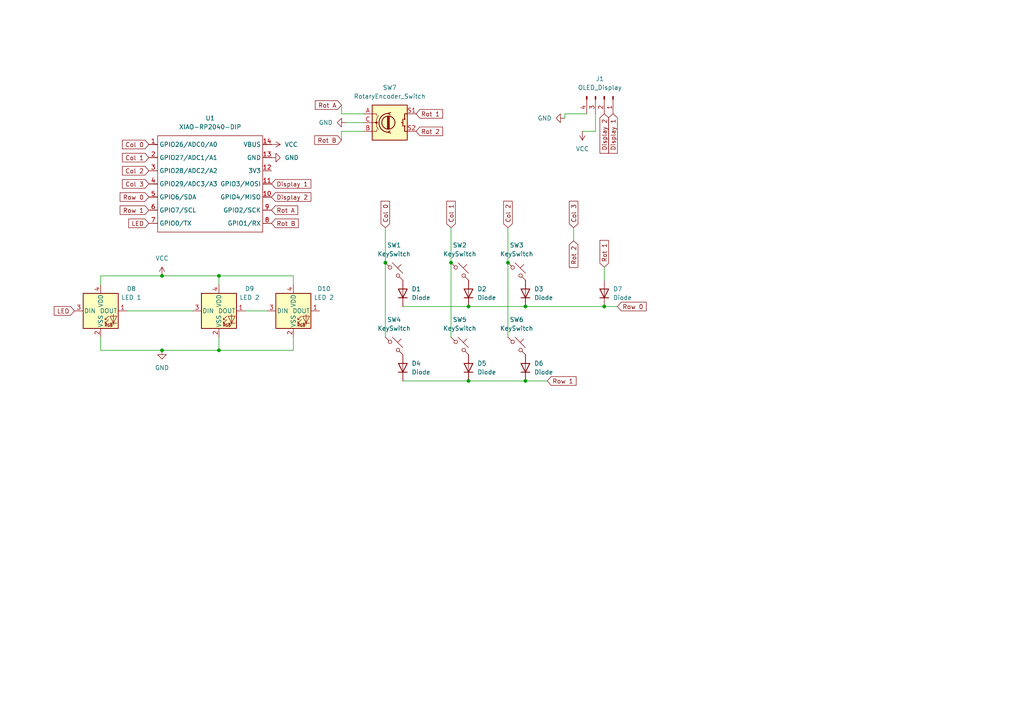
<source format=kicad_sch>
(kicad_sch
	(version 20250114)
	(generator "eeschema")
	(generator_version "9.0")
	(uuid "fe440ee2-9779-4c80-bd99-821201ea1fc5")
	(paper "A4")
	(lib_symbols
		(symbol "Connector:Conn_01x04_Pin"
			(pin_names
				(offset 1.016)
				(hide yes)
			)
			(exclude_from_sim no)
			(in_bom yes)
			(on_board yes)
			(property "Reference" "J"
				(at 0 5.08 0)
				(effects
					(font
						(size 1.27 1.27)
					)
				)
			)
			(property "Value" "Conn_01x04_Pin"
				(at 0 -7.62 0)
				(effects
					(font
						(size 1.27 1.27)
					)
				)
			)
			(property "Footprint" ""
				(at 0 0 0)
				(effects
					(font
						(size 1.27 1.27)
					)
					(hide yes)
				)
			)
			(property "Datasheet" "~"
				(at 0 0 0)
				(effects
					(font
						(size 1.27 1.27)
					)
					(hide yes)
				)
			)
			(property "Description" "Generic connector, single row, 01x04, script generated"
				(at 0 0 0)
				(effects
					(font
						(size 1.27 1.27)
					)
					(hide yes)
				)
			)
			(property "ki_locked" ""
				(at 0 0 0)
				(effects
					(font
						(size 1.27 1.27)
					)
				)
			)
			(property "ki_keywords" "connector"
				(at 0 0 0)
				(effects
					(font
						(size 1.27 1.27)
					)
					(hide yes)
				)
			)
			(property "ki_fp_filters" "Connector*:*_1x??_*"
				(at 0 0 0)
				(effects
					(font
						(size 1.27 1.27)
					)
					(hide yes)
				)
			)
			(symbol "Conn_01x04_Pin_1_1"
				(rectangle
					(start 0.8636 2.667)
					(end 0 2.413)
					(stroke
						(width 0.1524)
						(type default)
					)
					(fill
						(type outline)
					)
				)
				(rectangle
					(start 0.8636 0.127)
					(end 0 -0.127)
					(stroke
						(width 0.1524)
						(type default)
					)
					(fill
						(type outline)
					)
				)
				(rectangle
					(start 0.8636 -2.413)
					(end 0 -2.667)
					(stroke
						(width 0.1524)
						(type default)
					)
					(fill
						(type outline)
					)
				)
				(rectangle
					(start 0.8636 -4.953)
					(end 0 -5.207)
					(stroke
						(width 0.1524)
						(type default)
					)
					(fill
						(type outline)
					)
				)
				(polyline
					(pts
						(xy 1.27 2.54) (xy 0.8636 2.54)
					)
					(stroke
						(width 0.1524)
						(type default)
					)
					(fill
						(type none)
					)
				)
				(polyline
					(pts
						(xy 1.27 0) (xy 0.8636 0)
					)
					(stroke
						(width 0.1524)
						(type default)
					)
					(fill
						(type none)
					)
				)
				(polyline
					(pts
						(xy 1.27 -2.54) (xy 0.8636 -2.54)
					)
					(stroke
						(width 0.1524)
						(type default)
					)
					(fill
						(type none)
					)
				)
				(polyline
					(pts
						(xy 1.27 -5.08) (xy 0.8636 -5.08)
					)
					(stroke
						(width 0.1524)
						(type default)
					)
					(fill
						(type none)
					)
				)
				(pin passive line
					(at 5.08 2.54 180)
					(length 3.81)
					(name "Pin_1"
						(effects
							(font
								(size 1.27 1.27)
							)
						)
					)
					(number "1"
						(effects
							(font
								(size 1.27 1.27)
							)
						)
					)
				)
				(pin passive line
					(at 5.08 0 180)
					(length 3.81)
					(name "Pin_2"
						(effects
							(font
								(size 1.27 1.27)
							)
						)
					)
					(number "2"
						(effects
							(font
								(size 1.27 1.27)
							)
						)
					)
				)
				(pin passive line
					(at 5.08 -2.54 180)
					(length 3.81)
					(name "Pin_3"
						(effects
							(font
								(size 1.27 1.27)
							)
						)
					)
					(number "3"
						(effects
							(font
								(size 1.27 1.27)
							)
						)
					)
				)
				(pin passive line
					(at 5.08 -5.08 180)
					(length 3.81)
					(name "Pin_4"
						(effects
							(font
								(size 1.27 1.27)
							)
						)
					)
					(number "4"
						(effects
							(font
								(size 1.27 1.27)
							)
						)
					)
				)
			)
			(embedded_fonts no)
		)
		(symbol "Device:RotaryEncoder_Switch"
			(pin_names
				(offset 0.254)
				(hide yes)
			)
			(exclude_from_sim no)
			(in_bom yes)
			(on_board yes)
			(property "Reference" "SW"
				(at 0 6.604 0)
				(effects
					(font
						(size 1.27 1.27)
					)
				)
			)
			(property "Value" "RotaryEncoder_Switch"
				(at 0 -6.604 0)
				(effects
					(font
						(size 1.27 1.27)
					)
				)
			)
			(property "Footprint" ""
				(at -3.81 4.064 0)
				(effects
					(font
						(size 1.27 1.27)
					)
					(hide yes)
				)
			)
			(property "Datasheet" "~"
				(at 0 6.604 0)
				(effects
					(font
						(size 1.27 1.27)
					)
					(hide yes)
				)
			)
			(property "Description" "Rotary encoder, dual channel, incremental quadrate outputs, with switch"
				(at 0 0 0)
				(effects
					(font
						(size 1.27 1.27)
					)
					(hide yes)
				)
			)
			(property "ki_keywords" "rotary switch encoder switch push button"
				(at 0 0 0)
				(effects
					(font
						(size 1.27 1.27)
					)
					(hide yes)
				)
			)
			(property "ki_fp_filters" "RotaryEncoder*Switch*"
				(at 0 0 0)
				(effects
					(font
						(size 1.27 1.27)
					)
					(hide yes)
				)
			)
			(symbol "RotaryEncoder_Switch_0_1"
				(rectangle
					(start -5.08 5.08)
					(end 5.08 -5.08)
					(stroke
						(width 0.254)
						(type default)
					)
					(fill
						(type background)
					)
				)
				(polyline
					(pts
						(xy -5.08 2.54) (xy -3.81 2.54) (xy -3.81 2.032)
					)
					(stroke
						(width 0)
						(type default)
					)
					(fill
						(type none)
					)
				)
				(polyline
					(pts
						(xy -5.08 0) (xy -3.81 0) (xy -3.81 -1.016) (xy -3.302 -2.032)
					)
					(stroke
						(width 0)
						(type default)
					)
					(fill
						(type none)
					)
				)
				(polyline
					(pts
						(xy -5.08 -2.54) (xy -3.81 -2.54) (xy -3.81 -2.032)
					)
					(stroke
						(width 0)
						(type default)
					)
					(fill
						(type none)
					)
				)
				(polyline
					(pts
						(xy -4.318 0) (xy -3.81 0) (xy -3.81 1.016) (xy -3.302 2.032)
					)
					(stroke
						(width 0)
						(type default)
					)
					(fill
						(type none)
					)
				)
				(circle
					(center -3.81 0)
					(radius 0.254)
					(stroke
						(width 0)
						(type default)
					)
					(fill
						(type outline)
					)
				)
				(polyline
					(pts
						(xy -0.635 -1.778) (xy -0.635 1.778)
					)
					(stroke
						(width 0.254)
						(type default)
					)
					(fill
						(type none)
					)
				)
				(circle
					(center -0.381 0)
					(radius 1.905)
					(stroke
						(width 0.254)
						(type default)
					)
					(fill
						(type none)
					)
				)
				(polyline
					(pts
						(xy -0.381 -1.778) (xy -0.381 1.778)
					)
					(stroke
						(width 0.254)
						(type default)
					)
					(fill
						(type none)
					)
				)
				(arc
					(start -0.381 -2.794)
					(mid -3.0988 -0.0635)
					(end -0.381 2.667)
					(stroke
						(width 0.254)
						(type default)
					)
					(fill
						(type none)
					)
				)
				(polyline
					(pts
						(xy -0.127 1.778) (xy -0.127 -1.778)
					)
					(stroke
						(width 0.254)
						(type default)
					)
					(fill
						(type none)
					)
				)
				(polyline
					(pts
						(xy 0.254 2.921) (xy -0.508 2.667) (xy 0.127 2.286)
					)
					(stroke
						(width 0.254)
						(type default)
					)
					(fill
						(type none)
					)
				)
				(polyline
					(pts
						(xy 0.254 -3.048) (xy -0.508 -2.794) (xy 0.127 -2.413)
					)
					(stroke
						(width 0.254)
						(type default)
					)
					(fill
						(type none)
					)
				)
				(polyline
					(pts
						(xy 3.81 1.016) (xy 3.81 -1.016)
					)
					(stroke
						(width 0.254)
						(type default)
					)
					(fill
						(type none)
					)
				)
				(polyline
					(pts
						(xy 3.81 0) (xy 3.429 0)
					)
					(stroke
						(width 0.254)
						(type default)
					)
					(fill
						(type none)
					)
				)
				(circle
					(center 4.318 1.016)
					(radius 0.127)
					(stroke
						(width 0.254)
						(type default)
					)
					(fill
						(type none)
					)
				)
				(circle
					(center 4.318 -1.016)
					(radius 0.127)
					(stroke
						(width 0.254)
						(type default)
					)
					(fill
						(type none)
					)
				)
				(polyline
					(pts
						(xy 5.08 2.54) (xy 4.318 2.54) (xy 4.318 1.016)
					)
					(stroke
						(width 0.254)
						(type default)
					)
					(fill
						(type none)
					)
				)
				(polyline
					(pts
						(xy 5.08 -2.54) (xy 4.318 -2.54) (xy 4.318 -1.016)
					)
					(stroke
						(width 0.254)
						(type default)
					)
					(fill
						(type none)
					)
				)
			)
			(symbol "RotaryEncoder_Switch_1_1"
				(pin passive line
					(at -7.62 2.54 0)
					(length 2.54)
					(name "A"
						(effects
							(font
								(size 1.27 1.27)
							)
						)
					)
					(number "A"
						(effects
							(font
								(size 1.27 1.27)
							)
						)
					)
				)
				(pin passive line
					(at -7.62 0 0)
					(length 2.54)
					(name "C"
						(effects
							(font
								(size 1.27 1.27)
							)
						)
					)
					(number "C"
						(effects
							(font
								(size 1.27 1.27)
							)
						)
					)
				)
				(pin passive line
					(at -7.62 -2.54 0)
					(length 2.54)
					(name "B"
						(effects
							(font
								(size 1.27 1.27)
							)
						)
					)
					(number "B"
						(effects
							(font
								(size 1.27 1.27)
							)
						)
					)
				)
				(pin passive line
					(at 7.62 2.54 180)
					(length 2.54)
					(name "S1"
						(effects
							(font
								(size 1.27 1.27)
							)
						)
					)
					(number "S1"
						(effects
							(font
								(size 1.27 1.27)
							)
						)
					)
				)
				(pin passive line
					(at 7.62 -2.54 180)
					(length 2.54)
					(name "S2"
						(effects
							(font
								(size 1.27 1.27)
							)
						)
					)
					(number "S2"
						(effects
							(font
								(size 1.27 1.27)
							)
						)
					)
				)
			)
			(embedded_fonts no)
		)
		(symbol "Diode:1N4148"
			(pin_numbers
				(hide yes)
			)
			(pin_names
				(hide yes)
			)
			(exclude_from_sim no)
			(in_bom yes)
			(on_board yes)
			(property "Reference" "D"
				(at 0 2.54 0)
				(effects
					(font
						(size 1.27 1.27)
					)
				)
			)
			(property "Value" "1N4148"
				(at 0 -2.54 0)
				(effects
					(font
						(size 1.27 1.27)
					)
				)
			)
			(property "Footprint" "Diode_THT:D_DO-35_SOD27_P7.62mm_Horizontal"
				(at 0 0 0)
				(effects
					(font
						(size 1.27 1.27)
					)
					(hide yes)
				)
			)
			(property "Datasheet" "https://assets.nexperia.com/documents/data-sheet/1N4148_1N4448.pdf"
				(at 0 0 0)
				(effects
					(font
						(size 1.27 1.27)
					)
					(hide yes)
				)
			)
			(property "Description" "100V 0.15A standard switching diode, DO-35"
				(at 0 0 0)
				(effects
					(font
						(size 1.27 1.27)
					)
					(hide yes)
				)
			)
			(property "Sim.Device" "D"
				(at 0 0 0)
				(effects
					(font
						(size 1.27 1.27)
					)
					(hide yes)
				)
			)
			(property "Sim.Pins" "1=K 2=A"
				(at 0 0 0)
				(effects
					(font
						(size 1.27 1.27)
					)
					(hide yes)
				)
			)
			(property "ki_keywords" "diode"
				(at 0 0 0)
				(effects
					(font
						(size 1.27 1.27)
					)
					(hide yes)
				)
			)
			(property "ki_fp_filters" "D*DO?35*"
				(at 0 0 0)
				(effects
					(font
						(size 1.27 1.27)
					)
					(hide yes)
				)
			)
			(symbol "1N4148_0_1"
				(polyline
					(pts
						(xy -1.27 1.27) (xy -1.27 -1.27)
					)
					(stroke
						(width 0.254)
						(type default)
					)
					(fill
						(type none)
					)
				)
				(polyline
					(pts
						(xy 1.27 1.27) (xy 1.27 -1.27) (xy -1.27 0) (xy 1.27 1.27)
					)
					(stroke
						(width 0.254)
						(type default)
					)
					(fill
						(type none)
					)
				)
				(polyline
					(pts
						(xy 1.27 0) (xy -1.27 0)
					)
					(stroke
						(width 0)
						(type default)
					)
					(fill
						(type none)
					)
				)
			)
			(symbol "1N4148_1_1"
				(pin passive line
					(at -3.81 0 0)
					(length 2.54)
					(name "K"
						(effects
							(font
								(size 1.27 1.27)
							)
						)
					)
					(number "1"
						(effects
							(font
								(size 1.27 1.27)
							)
						)
					)
				)
				(pin passive line
					(at 3.81 0 180)
					(length 2.54)
					(name "A"
						(effects
							(font
								(size 1.27 1.27)
							)
						)
					)
					(number "2"
						(effects
							(font
								(size 1.27 1.27)
							)
						)
					)
				)
			)
			(embedded_fonts no)
		)
		(symbol "LED:SK6812MINI"
			(pin_names
				(offset 0.254)
			)
			(exclude_from_sim no)
			(in_bom yes)
			(on_board yes)
			(property "Reference" "D"
				(at 5.08 5.715 0)
				(effects
					(font
						(size 1.27 1.27)
					)
					(justify right bottom)
				)
			)
			(property "Value" "SK6812MINI"
				(at 1.27 -5.715 0)
				(effects
					(font
						(size 1.27 1.27)
					)
					(justify left top)
				)
			)
			(property "Footprint" "LED_SMD:LED_SK6812MINI_PLCC4_3.5x3.5mm_P1.75mm"
				(at 1.27 -7.62 0)
				(effects
					(font
						(size 1.27 1.27)
					)
					(justify left top)
					(hide yes)
				)
			)
			(property "Datasheet" "https://cdn-shop.adafruit.com/product-files/2686/SK6812MINI_REV.01-1-2.pdf"
				(at 2.54 -9.525 0)
				(effects
					(font
						(size 1.27 1.27)
					)
					(justify left top)
					(hide yes)
				)
			)
			(property "Description" "RGB LED with integrated controller"
				(at 0 0 0)
				(effects
					(font
						(size 1.27 1.27)
					)
					(hide yes)
				)
			)
			(property "ki_keywords" "RGB LED NeoPixel Mini addressable"
				(at 0 0 0)
				(effects
					(font
						(size 1.27 1.27)
					)
					(hide yes)
				)
			)
			(property "ki_fp_filters" "LED*SK6812MINI*PLCC*3.5x3.5mm*P1.75mm*"
				(at 0 0 0)
				(effects
					(font
						(size 1.27 1.27)
					)
					(hide yes)
				)
			)
			(symbol "SK6812MINI_0_0"
				(text "RGB"
					(at 2.286 -4.191 0)
					(effects
						(font
							(size 0.762 0.762)
						)
					)
				)
			)
			(symbol "SK6812MINI_0_1"
				(polyline
					(pts
						(xy 1.27 -2.54) (xy 1.778 -2.54)
					)
					(stroke
						(width 0)
						(type default)
					)
					(fill
						(type none)
					)
				)
				(polyline
					(pts
						(xy 1.27 -3.556) (xy 1.778 -3.556)
					)
					(stroke
						(width 0)
						(type default)
					)
					(fill
						(type none)
					)
				)
				(polyline
					(pts
						(xy 2.286 -1.524) (xy 1.27 -2.54) (xy 1.27 -2.032)
					)
					(stroke
						(width 0)
						(type default)
					)
					(fill
						(type none)
					)
				)
				(polyline
					(pts
						(xy 2.286 -2.54) (xy 1.27 -3.556) (xy 1.27 -3.048)
					)
					(stroke
						(width 0)
						(type default)
					)
					(fill
						(type none)
					)
				)
				(polyline
					(pts
						(xy 3.683 -1.016) (xy 3.683 -3.556) (xy 3.683 -4.064)
					)
					(stroke
						(width 0)
						(type default)
					)
					(fill
						(type none)
					)
				)
				(polyline
					(pts
						(xy 4.699 -1.524) (xy 2.667 -1.524) (xy 3.683 -3.556) (xy 4.699 -1.524)
					)
					(stroke
						(width 0)
						(type default)
					)
					(fill
						(type none)
					)
				)
				(polyline
					(pts
						(xy 4.699 -3.556) (xy 2.667 -3.556)
					)
					(stroke
						(width 0)
						(type default)
					)
					(fill
						(type none)
					)
				)
				(rectangle
					(start 5.08 5.08)
					(end -5.08 -5.08)
					(stroke
						(width 0.254)
						(type default)
					)
					(fill
						(type background)
					)
				)
			)
			(symbol "SK6812MINI_1_1"
				(pin input line
					(at -7.62 0 0)
					(length 2.54)
					(name "DIN"
						(effects
							(font
								(size 1.27 1.27)
							)
						)
					)
					(number "3"
						(effects
							(font
								(size 1.27 1.27)
							)
						)
					)
				)
				(pin power_in line
					(at 0 7.62 270)
					(length 2.54)
					(name "VDD"
						(effects
							(font
								(size 1.27 1.27)
							)
						)
					)
					(number "4"
						(effects
							(font
								(size 1.27 1.27)
							)
						)
					)
				)
				(pin power_in line
					(at 0 -7.62 90)
					(length 2.54)
					(name "VSS"
						(effects
							(font
								(size 1.27 1.27)
							)
						)
					)
					(number "2"
						(effects
							(font
								(size 1.27 1.27)
							)
						)
					)
				)
				(pin output line
					(at 7.62 0 180)
					(length 2.54)
					(name "DOUT"
						(effects
							(font
								(size 1.27 1.27)
							)
						)
					)
					(number "1"
						(effects
							(font
								(size 1.27 1.27)
							)
						)
					)
				)
			)
			(embedded_fonts no)
		)
		(symbol "Seeed_Studio_XIAO_Series:XIAO-RP2040-DIP"
			(exclude_from_sim no)
			(in_bom yes)
			(on_board yes)
			(property "Reference" "U"
				(at 0 0 0)
				(effects
					(font
						(size 1.27 1.27)
					)
				)
			)
			(property "Value" "XIAO-RP2040-DIP"
				(at 5.334 -1.778 0)
				(effects
					(font
						(size 1.27 1.27)
					)
				)
			)
			(property "Footprint" "Module:MOUDLE14P-XIAO-DIP-SMD"
				(at 14.478 -32.258 0)
				(effects
					(font
						(size 1.27 1.27)
					)
					(hide yes)
				)
			)
			(property "Datasheet" ""
				(at 0 0 0)
				(effects
					(font
						(size 1.27 1.27)
					)
					(hide yes)
				)
			)
			(property "Description" ""
				(at 0 0 0)
				(effects
					(font
						(size 1.27 1.27)
					)
					(hide yes)
				)
			)
			(symbol "XIAO-RP2040-DIP_1_0"
				(polyline
					(pts
						(xy -1.27 -2.54) (xy 29.21 -2.54)
					)
					(stroke
						(width 0.1524)
						(type solid)
					)
					(fill
						(type none)
					)
				)
				(polyline
					(pts
						(xy -1.27 -5.08) (xy -2.54 -5.08)
					)
					(stroke
						(width 0.1524)
						(type solid)
					)
					(fill
						(type none)
					)
				)
				(polyline
					(pts
						(xy -1.27 -5.08) (xy -1.27 -2.54)
					)
					(stroke
						(width 0.1524)
						(type solid)
					)
					(fill
						(type none)
					)
				)
				(polyline
					(pts
						(xy -1.27 -8.89) (xy -2.54 -8.89)
					)
					(stroke
						(width 0.1524)
						(type solid)
					)
					(fill
						(type none)
					)
				)
				(polyline
					(pts
						(xy -1.27 -8.89) (xy -1.27 -5.08)
					)
					(stroke
						(width 0.1524)
						(type solid)
					)
					(fill
						(type none)
					)
				)
				(polyline
					(pts
						(xy -1.27 -12.7) (xy -2.54 -12.7)
					)
					(stroke
						(width 0.1524)
						(type solid)
					)
					(fill
						(type none)
					)
				)
				(polyline
					(pts
						(xy -1.27 -12.7) (xy -1.27 -8.89)
					)
					(stroke
						(width 0.1524)
						(type solid)
					)
					(fill
						(type none)
					)
				)
				(polyline
					(pts
						(xy -1.27 -16.51) (xy -2.54 -16.51)
					)
					(stroke
						(width 0.1524)
						(type solid)
					)
					(fill
						(type none)
					)
				)
				(polyline
					(pts
						(xy -1.27 -16.51) (xy -1.27 -12.7)
					)
					(stroke
						(width 0.1524)
						(type solid)
					)
					(fill
						(type none)
					)
				)
				(polyline
					(pts
						(xy -1.27 -20.32) (xy -2.54 -20.32)
					)
					(stroke
						(width 0.1524)
						(type solid)
					)
					(fill
						(type none)
					)
				)
				(polyline
					(pts
						(xy -1.27 -24.13) (xy -2.54 -24.13)
					)
					(stroke
						(width 0.1524)
						(type solid)
					)
					(fill
						(type none)
					)
				)
				(polyline
					(pts
						(xy -1.27 -27.94) (xy -2.54 -27.94)
					)
					(stroke
						(width 0.1524)
						(type solid)
					)
					(fill
						(type none)
					)
				)
				(polyline
					(pts
						(xy -1.27 -30.48) (xy -1.27 -16.51)
					)
					(stroke
						(width 0.1524)
						(type solid)
					)
					(fill
						(type none)
					)
				)
				(polyline
					(pts
						(xy 29.21 -2.54) (xy 29.21 -5.08)
					)
					(stroke
						(width 0.1524)
						(type solid)
					)
					(fill
						(type none)
					)
				)
				(polyline
					(pts
						(xy 29.21 -5.08) (xy 29.21 -8.89)
					)
					(stroke
						(width 0.1524)
						(type solid)
					)
					(fill
						(type none)
					)
				)
				(polyline
					(pts
						(xy 29.21 -8.89) (xy 29.21 -12.7)
					)
					(stroke
						(width 0.1524)
						(type solid)
					)
					(fill
						(type none)
					)
				)
				(polyline
					(pts
						(xy 29.21 -12.7) (xy 29.21 -30.48)
					)
					(stroke
						(width 0.1524)
						(type solid)
					)
					(fill
						(type none)
					)
				)
				(polyline
					(pts
						(xy 29.21 -30.48) (xy -1.27 -30.48)
					)
					(stroke
						(width 0.1524)
						(type solid)
					)
					(fill
						(type none)
					)
				)
				(polyline
					(pts
						(xy 30.48 -5.08) (xy 29.21 -5.08)
					)
					(stroke
						(width 0.1524)
						(type solid)
					)
					(fill
						(type none)
					)
				)
				(polyline
					(pts
						(xy 30.48 -8.89) (xy 29.21 -8.89)
					)
					(stroke
						(width 0.1524)
						(type solid)
					)
					(fill
						(type none)
					)
				)
				(polyline
					(pts
						(xy 30.48 -12.7) (xy 29.21 -12.7)
					)
					(stroke
						(width 0.1524)
						(type solid)
					)
					(fill
						(type none)
					)
				)
				(polyline
					(pts
						(xy 30.48 -16.51) (xy 29.21 -16.51)
					)
					(stroke
						(width 0.1524)
						(type solid)
					)
					(fill
						(type none)
					)
				)
				(polyline
					(pts
						(xy 30.48 -20.32) (xy 29.21 -20.32)
					)
					(stroke
						(width 0.1524)
						(type solid)
					)
					(fill
						(type none)
					)
				)
				(polyline
					(pts
						(xy 30.48 -24.13) (xy 29.21 -24.13)
					)
					(stroke
						(width 0.1524)
						(type solid)
					)
					(fill
						(type none)
					)
				)
				(polyline
					(pts
						(xy 30.48 -27.94) (xy 29.21 -27.94)
					)
					(stroke
						(width 0.1524)
						(type solid)
					)
					(fill
						(type none)
					)
				)
				(pin passive line
					(at -3.81 -5.08 0)
					(length 2.54)
					(name "GPIO26/ADC0/A0"
						(effects
							(font
								(size 1.27 1.27)
							)
						)
					)
					(number "1"
						(effects
							(font
								(size 1.27 1.27)
							)
						)
					)
				)
				(pin passive line
					(at -3.81 -8.89 0)
					(length 2.54)
					(name "GPIO27/ADC1/A1"
						(effects
							(font
								(size 1.27 1.27)
							)
						)
					)
					(number "2"
						(effects
							(font
								(size 1.27 1.27)
							)
						)
					)
				)
				(pin passive line
					(at -3.81 -12.7 0)
					(length 2.54)
					(name "GPIO28/ADC2/A2"
						(effects
							(font
								(size 1.27 1.27)
							)
						)
					)
					(number "3"
						(effects
							(font
								(size 1.27 1.27)
							)
						)
					)
				)
				(pin passive line
					(at -3.81 -16.51 0)
					(length 2.54)
					(name "GPIO29/ADC3/A3"
						(effects
							(font
								(size 1.27 1.27)
							)
						)
					)
					(number "4"
						(effects
							(font
								(size 1.27 1.27)
							)
						)
					)
				)
				(pin passive line
					(at -3.81 -20.32 0)
					(length 2.54)
					(name "GPIO6/SDA"
						(effects
							(font
								(size 1.27 1.27)
							)
						)
					)
					(number "5"
						(effects
							(font
								(size 1.27 1.27)
							)
						)
					)
				)
				(pin passive line
					(at -3.81 -24.13 0)
					(length 2.54)
					(name "GPIO7/SCL"
						(effects
							(font
								(size 1.27 1.27)
							)
						)
					)
					(number "6"
						(effects
							(font
								(size 1.27 1.27)
							)
						)
					)
				)
				(pin passive line
					(at -3.81 -27.94 0)
					(length 2.54)
					(name "GPIO0/TX"
						(effects
							(font
								(size 1.27 1.27)
							)
						)
					)
					(number "7"
						(effects
							(font
								(size 1.27 1.27)
							)
						)
					)
				)
				(pin passive line
					(at 31.75 -5.08 180)
					(length 2.54)
					(name "VBUS"
						(effects
							(font
								(size 1.27 1.27)
							)
						)
					)
					(number "14"
						(effects
							(font
								(size 1.27 1.27)
							)
						)
					)
				)
				(pin passive line
					(at 31.75 -8.89 180)
					(length 2.54)
					(name "GND"
						(effects
							(font
								(size 1.27 1.27)
							)
						)
					)
					(number "13"
						(effects
							(font
								(size 1.27 1.27)
							)
						)
					)
				)
				(pin passive line
					(at 31.75 -12.7 180)
					(length 2.54)
					(name "3V3"
						(effects
							(font
								(size 1.27 1.27)
							)
						)
					)
					(number "12"
						(effects
							(font
								(size 1.27 1.27)
							)
						)
					)
				)
				(pin passive line
					(at 31.75 -16.51 180)
					(length 2.54)
					(name "GPIO3/MOSI"
						(effects
							(font
								(size 1.27 1.27)
							)
						)
					)
					(number "11"
						(effects
							(font
								(size 1.27 1.27)
							)
						)
					)
				)
				(pin passive line
					(at 31.75 -20.32 180)
					(length 2.54)
					(name "GPIO4/MISO"
						(effects
							(font
								(size 1.27 1.27)
							)
						)
					)
					(number "10"
						(effects
							(font
								(size 1.27 1.27)
							)
						)
					)
				)
				(pin passive line
					(at 31.75 -24.13 180)
					(length 2.54)
					(name "GPIO2/SCK"
						(effects
							(font
								(size 1.27 1.27)
							)
						)
					)
					(number "9"
						(effects
							(font
								(size 1.27 1.27)
							)
						)
					)
				)
				(pin passive line
					(at 31.75 -27.94 180)
					(length 2.54)
					(name "GPIO1/RX"
						(effects
							(font
								(size 1.27 1.27)
							)
						)
					)
					(number "8"
						(effects
							(font
								(size 1.27 1.27)
							)
						)
					)
				)
			)
			(embedded_fonts no)
		)
		(symbol "Switch:SW_Push_45deg"
			(pin_numbers
				(hide yes)
			)
			(pin_names
				(offset 1.016)
				(hide yes)
			)
			(exclude_from_sim no)
			(in_bom yes)
			(on_board yes)
			(property "Reference" "SW"
				(at 3.048 1.016 0)
				(effects
					(font
						(size 1.27 1.27)
					)
					(justify left)
				)
			)
			(property "Value" "SW_Push_45deg"
				(at 0 -3.81 0)
				(effects
					(font
						(size 1.27 1.27)
					)
				)
			)
			(property "Footprint" ""
				(at 0 0 0)
				(effects
					(font
						(size 1.27 1.27)
					)
					(hide yes)
				)
			)
			(property "Datasheet" "~"
				(at 0 0 0)
				(effects
					(font
						(size 1.27 1.27)
					)
					(hide yes)
				)
			)
			(property "Description" "Push button switch, normally open, two pins, 45° tilted"
				(at 0 0 0)
				(effects
					(font
						(size 1.27 1.27)
					)
					(hide yes)
				)
			)
			(property "ki_keywords" "switch normally-open pushbutton push-button"
				(at 0 0 0)
				(effects
					(font
						(size 1.27 1.27)
					)
					(hide yes)
				)
			)
			(symbol "SW_Push_45deg_0_1"
				(polyline
					(pts
						(xy -2.54 2.54) (xy -1.524 1.524) (xy -1.524 1.524)
					)
					(stroke
						(width 0)
						(type default)
					)
					(fill
						(type none)
					)
				)
				(circle
					(center -1.1684 1.1684)
					(radius 0.508)
					(stroke
						(width 0)
						(type default)
					)
					(fill
						(type none)
					)
				)
				(polyline
					(pts
						(xy -0.508 2.54) (xy 2.54 -0.508)
					)
					(stroke
						(width 0)
						(type default)
					)
					(fill
						(type none)
					)
				)
				(polyline
					(pts
						(xy 1.016 1.016) (xy 2.032 2.032)
					)
					(stroke
						(width 0)
						(type default)
					)
					(fill
						(type none)
					)
				)
				(circle
					(center 1.143 -1.1938)
					(radius 0.508)
					(stroke
						(width 0)
						(type default)
					)
					(fill
						(type none)
					)
				)
				(polyline
					(pts
						(xy 1.524 -1.524) (xy 2.54 -2.54) (xy 2.54 -2.54) (xy 2.54 -2.54)
					)
					(stroke
						(width 0)
						(type default)
					)
					(fill
						(type none)
					)
				)
				(pin passive line
					(at -2.54 2.54 0)
					(length 0)
					(name "1"
						(effects
							(font
								(size 1.27 1.27)
							)
						)
					)
					(number "1"
						(effects
							(font
								(size 1.27 1.27)
							)
						)
					)
				)
				(pin passive line
					(at 2.54 -2.54 180)
					(length 0)
					(name "2"
						(effects
							(font
								(size 1.27 1.27)
							)
						)
					)
					(number "2"
						(effects
							(font
								(size 1.27 1.27)
							)
						)
					)
				)
			)
			(embedded_fonts no)
		)
		(symbol "power:GND"
			(power)
			(pin_numbers
				(hide yes)
			)
			(pin_names
				(offset 0)
				(hide yes)
			)
			(exclude_from_sim no)
			(in_bom yes)
			(on_board yes)
			(property "Reference" "#PWR"
				(at 0 -6.35 0)
				(effects
					(font
						(size 1.27 1.27)
					)
					(hide yes)
				)
			)
			(property "Value" "GND"
				(at 0 -3.81 0)
				(effects
					(font
						(size 1.27 1.27)
					)
				)
			)
			(property "Footprint" ""
				(at 0 0 0)
				(effects
					(font
						(size 1.27 1.27)
					)
					(hide yes)
				)
			)
			(property "Datasheet" ""
				(at 0 0 0)
				(effects
					(font
						(size 1.27 1.27)
					)
					(hide yes)
				)
			)
			(property "Description" "Power symbol creates a global label with name \"GND\" , ground"
				(at 0 0 0)
				(effects
					(font
						(size 1.27 1.27)
					)
					(hide yes)
				)
			)
			(property "ki_keywords" "global power"
				(at 0 0 0)
				(effects
					(font
						(size 1.27 1.27)
					)
					(hide yes)
				)
			)
			(symbol "GND_0_1"
				(polyline
					(pts
						(xy 0 0) (xy 0 -1.27) (xy 1.27 -1.27) (xy 0 -2.54) (xy -1.27 -1.27) (xy 0 -1.27)
					)
					(stroke
						(width 0)
						(type default)
					)
					(fill
						(type none)
					)
				)
			)
			(symbol "GND_1_1"
				(pin power_in line
					(at 0 0 270)
					(length 0)
					(name "~"
						(effects
							(font
								(size 1.27 1.27)
							)
						)
					)
					(number "1"
						(effects
							(font
								(size 1.27 1.27)
							)
						)
					)
				)
			)
			(embedded_fonts no)
		)
		(symbol "power:VCC"
			(power)
			(pin_numbers
				(hide yes)
			)
			(pin_names
				(offset 0)
				(hide yes)
			)
			(exclude_from_sim no)
			(in_bom yes)
			(on_board yes)
			(property "Reference" "#PWR"
				(at 0 -3.81 0)
				(effects
					(font
						(size 1.27 1.27)
					)
					(hide yes)
				)
			)
			(property "Value" "VCC"
				(at 0 3.556 0)
				(effects
					(font
						(size 1.27 1.27)
					)
				)
			)
			(property "Footprint" ""
				(at 0 0 0)
				(effects
					(font
						(size 1.27 1.27)
					)
					(hide yes)
				)
			)
			(property "Datasheet" ""
				(at 0 0 0)
				(effects
					(font
						(size 1.27 1.27)
					)
					(hide yes)
				)
			)
			(property "Description" "Power symbol creates a global label with name \"VCC\""
				(at 0 0 0)
				(effects
					(font
						(size 1.27 1.27)
					)
					(hide yes)
				)
			)
			(property "ki_keywords" "global power"
				(at 0 0 0)
				(effects
					(font
						(size 1.27 1.27)
					)
					(hide yes)
				)
			)
			(symbol "VCC_0_1"
				(polyline
					(pts
						(xy -0.762 1.27) (xy 0 2.54)
					)
					(stroke
						(width 0)
						(type default)
					)
					(fill
						(type none)
					)
				)
				(polyline
					(pts
						(xy 0 2.54) (xy 0.762 1.27)
					)
					(stroke
						(width 0)
						(type default)
					)
					(fill
						(type none)
					)
				)
				(polyline
					(pts
						(xy 0 0) (xy 0 2.54)
					)
					(stroke
						(width 0)
						(type default)
					)
					(fill
						(type none)
					)
				)
			)
			(symbol "VCC_1_1"
				(pin power_in line
					(at 0 0 90)
					(length 0)
					(name "~"
						(effects
							(font
								(size 1.27 1.27)
							)
						)
					)
					(number "1"
						(effects
							(font
								(size 1.27 1.27)
							)
						)
					)
				)
			)
			(embedded_fonts no)
		)
	)
	(junction
		(at 46.99 80.01)
		(diameter 0)
		(color 0 0 0 0)
		(uuid "16e17404-e43f-4338-a9e8-c0edf0b3e2a0")
	)
	(junction
		(at 135.89 88.9)
		(diameter 0)
		(color 0 0 0 0)
		(uuid "2ae992b0-9e7f-4fe6-87b4-49c46ae3a6d3")
	)
	(junction
		(at 63.5 80.01)
		(diameter 0)
		(color 0 0 0 0)
		(uuid "3bad08f3-206f-4060-bd59-2364fe302d97")
	)
	(junction
		(at 130.81 76.2)
		(diameter 0)
		(color 0 0 0 0)
		(uuid "54af0aed-6dd9-4ed4-9371-604d25ddc8a6")
	)
	(junction
		(at 152.4 88.9)
		(diameter 0)
		(color 0 0 0 0)
		(uuid "5fd893ac-40f2-4aae-907c-0ecaa0138108")
	)
	(junction
		(at 175.26 88.9)
		(diameter 0)
		(color 0 0 0 0)
		(uuid "6d44fd11-ec2a-47ca-ac68-8051263b02f5")
	)
	(junction
		(at 46.99 101.6)
		(diameter 0)
		(color 0 0 0 0)
		(uuid "77d9ece9-1f60-4721-98de-81f2c23812d7")
	)
	(junction
		(at 63.5 101.6)
		(diameter 0)
		(color 0 0 0 0)
		(uuid "8016a38f-ef64-4ae8-9bed-22a428c5f67e")
	)
	(junction
		(at 152.4 110.49)
		(diameter 0)
		(color 0 0 0 0)
		(uuid "84701705-4df5-471d-b631-a5e21a116e3b")
	)
	(junction
		(at 111.76 76.2)
		(diameter 0)
		(color 0 0 0 0)
		(uuid "8fa4da9f-d167-4bbd-b20d-74e0ae5474cd")
	)
	(junction
		(at 135.89 110.49)
		(diameter 0)
		(color 0 0 0 0)
		(uuid "961fb3dc-a65f-4904-a517-2d77fab313e6")
	)
	(junction
		(at 147.32 76.2)
		(diameter 0)
		(color 0 0 0 0)
		(uuid "bb46dd6b-c4f2-4cd1-8b15-f54e4dc07c1c")
	)
	(wire
		(pts
			(xy 85.09 82.55) (xy 85.09 80.01)
		)
		(stroke
			(width 0)
			(type default)
		)
		(uuid "01a61745-8d9c-43c8-af33-9320209ff5e2")
	)
	(wire
		(pts
			(xy 63.5 80.01) (xy 63.5 82.55)
		)
		(stroke
			(width 0)
			(type default)
		)
		(uuid "0c7072ab-a1f4-4df5-a4e6-15a9e283e9c0")
	)
	(wire
		(pts
			(xy 147.32 76.2) (xy 147.32 97.79)
		)
		(stroke
			(width 0)
			(type default)
		)
		(uuid "32375adb-baff-42e1-b896-e6b33d337b10")
	)
	(wire
		(pts
			(xy 99.06 33.02) (xy 99.06 30.48)
		)
		(stroke
			(width 0)
			(type default)
		)
		(uuid "327469a0-d649-4135-be68-3d6a06355017")
	)
	(wire
		(pts
			(xy 130.81 76.2) (xy 130.81 97.79)
		)
		(stroke
			(width 0)
			(type default)
		)
		(uuid "33ffd586-53ee-46f7-9f68-2b9ef2e68f89")
	)
	(wire
		(pts
			(xy 163.83 33.02) (xy 163.83 34.29)
		)
		(stroke
			(width 0)
			(type default)
		)
		(uuid "37d9e58f-e20e-48a0-963b-206fa6d73daa")
	)
	(wire
		(pts
			(xy 116.84 88.9) (xy 135.89 88.9)
		)
		(stroke
			(width 0)
			(type default)
		)
		(uuid "39632788-f501-420a-85cf-08071a03e52f")
	)
	(wire
		(pts
			(xy 29.21 80.01) (xy 46.99 80.01)
		)
		(stroke
			(width 0)
			(type default)
		)
		(uuid "46074a62-9c8d-4251-bc94-9cf3c3172fa1")
	)
	(wire
		(pts
			(xy 29.21 97.79) (xy 29.21 101.6)
		)
		(stroke
			(width 0)
			(type default)
		)
		(uuid "4b400d22-5499-4f51-9b06-2acb11fab15b")
	)
	(wire
		(pts
			(xy 135.89 110.49) (xy 152.4 110.49)
		)
		(stroke
			(width 0)
			(type default)
		)
		(uuid "55694fac-2788-44ae-88a3-db6ec29d98e1")
	)
	(wire
		(pts
			(xy 116.84 110.49) (xy 135.89 110.49)
		)
		(stroke
			(width 0)
			(type default)
		)
		(uuid "5f642248-d683-4794-b7d1-bd057019e98a")
	)
	(wire
		(pts
			(xy 152.4 88.9) (xy 175.26 88.9)
		)
		(stroke
			(width 0)
			(type default)
		)
		(uuid "6f881697-d51e-4ebe-9ced-beb57f8594e0")
	)
	(wire
		(pts
			(xy 105.41 38.1) (xy 99.06 38.1)
		)
		(stroke
			(width 0)
			(type default)
		)
		(uuid "706d75b5-63c1-4ac1-9b40-6ab4b016a2b5")
	)
	(wire
		(pts
			(xy 85.09 80.01) (xy 63.5 80.01)
		)
		(stroke
			(width 0)
			(type default)
		)
		(uuid "8162803f-c39f-4a16-9b46-ca5c9ff014b7")
	)
	(wire
		(pts
			(xy 135.89 88.9) (xy 152.4 88.9)
		)
		(stroke
			(width 0)
			(type default)
		)
		(uuid "8813a283-f4c7-4597-a8c7-5cce72316855")
	)
	(wire
		(pts
			(xy 111.76 66.04) (xy 111.76 76.2)
		)
		(stroke
			(width 0)
			(type default)
		)
		(uuid "88d666b7-a701-402b-a121-3acbfec9d8f9")
	)
	(wire
		(pts
			(xy 175.26 77.47) (xy 175.26 81.28)
		)
		(stroke
			(width 0)
			(type default)
		)
		(uuid "8941bded-fa30-42ad-b53f-7949f99ee0f9")
	)
	(wire
		(pts
			(xy 100.33 35.56) (xy 105.41 35.56)
		)
		(stroke
			(width 0)
			(type default)
		)
		(uuid "8e09043d-40c0-445f-b517-8fe130b21333")
	)
	(wire
		(pts
			(xy 147.32 66.04) (xy 147.32 76.2)
		)
		(stroke
			(width 0)
			(type default)
		)
		(uuid "8f56f076-7c7a-4866-aac2-96da8ab637c6")
	)
	(wire
		(pts
			(xy 63.5 101.6) (xy 63.5 97.79)
		)
		(stroke
			(width 0)
			(type default)
		)
		(uuid "8ffdc128-7d22-4529-b277-649081c81c2b")
	)
	(wire
		(pts
			(xy 158.75 110.49) (xy 152.4 110.49)
		)
		(stroke
			(width 0)
			(type default)
		)
		(uuid "a013c2db-42d8-4fed-80b2-6a79d661388b")
	)
	(wire
		(pts
			(xy 170.18 33.02) (xy 163.83 33.02)
		)
		(stroke
			(width 0)
			(type default)
		)
		(uuid "a641c9c1-5809-491e-9a8a-b0f2684ab7a2")
	)
	(wire
		(pts
			(xy 85.09 97.79) (xy 85.09 101.6)
		)
		(stroke
			(width 0)
			(type default)
		)
		(uuid "acb5db22-588e-4abb-91a5-a6bd9eea1f47")
	)
	(wire
		(pts
			(xy 46.99 80.01) (xy 63.5 80.01)
		)
		(stroke
			(width 0)
			(type default)
		)
		(uuid "b0069c89-1ebd-4603-bcfe-d6d733e08b4c")
	)
	(wire
		(pts
			(xy 85.09 101.6) (xy 63.5 101.6)
		)
		(stroke
			(width 0)
			(type default)
		)
		(uuid "b19d64d1-cb29-4cbf-806c-8e27d71d6dfb")
	)
	(wire
		(pts
			(xy 36.83 90.17) (xy 55.88 90.17)
		)
		(stroke
			(width 0)
			(type default)
		)
		(uuid "b542f475-bba6-4097-9c38-51f86975cf6f")
	)
	(wire
		(pts
			(xy 29.21 82.55) (xy 29.21 80.01)
		)
		(stroke
			(width 0)
			(type default)
		)
		(uuid "b737cf0d-b2a1-460e-827c-08f813d902e0")
	)
	(wire
		(pts
			(xy 71.12 90.17) (xy 77.47 90.17)
		)
		(stroke
			(width 0)
			(type default)
		)
		(uuid "bd708f5e-cc04-439f-b7c6-a8b3ac037280")
	)
	(wire
		(pts
			(xy 130.81 66.04) (xy 130.81 76.2)
		)
		(stroke
			(width 0)
			(type default)
		)
		(uuid "c4308e44-0d30-4260-a6f1-c3574598b779")
	)
	(wire
		(pts
			(xy 166.37 66.04) (xy 166.37 69.85)
		)
		(stroke
			(width 0)
			(type default)
		)
		(uuid "d406992b-d58f-46c5-9ade-4bc2096215ba")
	)
	(wire
		(pts
			(xy 99.06 38.1) (xy 99.06 40.64)
		)
		(stroke
			(width 0)
			(type default)
		)
		(uuid "d4a8bb91-d257-42e2-8e13-e04ac91be118")
	)
	(wire
		(pts
			(xy 179.07 88.9) (xy 175.26 88.9)
		)
		(stroke
			(width 0)
			(type default)
		)
		(uuid "d5acf62f-ca1e-47f9-95bd-9db4caef9608")
	)
	(wire
		(pts
			(xy 111.76 76.2) (xy 111.76 97.79)
		)
		(stroke
			(width 0)
			(type default)
		)
		(uuid "e06582d5-b641-49fc-baeb-f655c4ff786e")
	)
	(wire
		(pts
			(xy 105.41 33.02) (xy 99.06 33.02)
		)
		(stroke
			(width 0)
			(type default)
		)
		(uuid "e8419f0d-2ca9-40fe-9762-884c11533f28")
	)
	(wire
		(pts
			(xy 172.72 33.02) (xy 172.72 38.1)
		)
		(stroke
			(width 0)
			(type default)
		)
		(uuid "ea6d15de-fe07-41e6-8978-51f1e88ab5d8")
	)
	(wire
		(pts
			(xy 29.21 101.6) (xy 46.99 101.6)
		)
		(stroke
			(width 0)
			(type default)
		)
		(uuid "ed4206e9-ee2b-40ce-b5b8-88fbb32f19a9")
	)
	(wire
		(pts
			(xy 172.72 38.1) (xy 168.91 38.1)
		)
		(stroke
			(width 0)
			(type default)
		)
		(uuid "f17c8231-88d8-433d-92d3-eb6c49a42100")
	)
	(wire
		(pts
			(xy 46.99 101.6) (xy 63.5 101.6)
		)
		(stroke
			(width 0)
			(type default)
		)
		(uuid "f27401e6-a64c-4423-af71-fd7c384d0a73")
	)
	(global_label "Rot A"
		(shape input)
		(at 78.74 60.96 0)
		(fields_autoplaced yes)
		(effects
			(font
				(size 1.27 1.27)
			)
			(justify left)
		)
		(uuid "09c78ea6-bdee-406c-8008-daf663e6e5b6")
		(property "Intersheetrefs" "${INTERSHEET_REFS}"
			(at 86.9261 60.96 0)
			(effects
				(font
					(size 1.27 1.27)
				)
				(justify left)
				(hide yes)
			)
		)
	)
	(global_label "Row 1"
		(shape input)
		(at 158.75 110.49 0)
		(fields_autoplaced yes)
		(effects
			(font
				(size 1.27 1.27)
			)
			(justify left)
		)
		(uuid "111b8843-3be4-4eb7-8273-7f720269e17c")
		(property "Intersheetrefs" "${INTERSHEET_REFS}"
			(at 167.6618 110.49 0)
			(effects
				(font
					(size 1.27 1.27)
				)
				(justify left)
				(hide yes)
			)
		)
	)
	(global_label "Display 1"
		(shape input)
		(at 78.74 53.34 0)
		(fields_autoplaced yes)
		(effects
			(font
				(size 1.27 1.27)
			)
			(justify left)
		)
		(uuid "1152862f-a606-4a70-b03d-f74ef2003167")
		(property "Intersheetrefs" "${INTERSHEET_REFS}"
			(at 90.736 53.34 0)
			(effects
				(font
					(size 1.27 1.27)
				)
				(justify left)
				(hide yes)
			)
		)
	)
	(global_label "Rot B"
		(shape input)
		(at 99.06 40.64 180)
		(fields_autoplaced yes)
		(effects
			(font
				(size 1.27 1.27)
			)
			(justify right)
		)
		(uuid "1fe16406-edd5-4d70-9910-4c92b236664b")
		(property "Intersheetrefs" "${INTERSHEET_REFS}"
			(at 90.6925 40.64 0)
			(effects
				(font
					(size 1.27 1.27)
				)
				(justify right)
				(hide yes)
			)
		)
	)
	(global_label "Col 0"
		(shape input)
		(at 43.18 41.91 180)
		(fields_autoplaced yes)
		(effects
			(font
				(size 1.27 1.27)
			)
			(justify right)
		)
		(uuid "581127f2-cb32-4cdb-95e7-f3a68bc5ac3f")
		(property "Intersheetrefs" "${INTERSHEET_REFS}"
			(at 34.9335 41.91 0)
			(effects
				(font
					(size 1.27 1.27)
				)
				(justify right)
				(hide yes)
			)
		)
	)
	(global_label "LED"
		(shape input)
		(at 43.18 64.77 180)
		(fields_autoplaced yes)
		(effects
			(font
				(size 1.27 1.27)
			)
			(justify right)
		)
		(uuid "592ad5d7-b73b-4874-bc82-eb6b1c640693")
		(property "Intersheetrefs" "${INTERSHEET_REFS}"
			(at 36.7477 64.77 0)
			(effects
				(font
					(size 1.27 1.27)
				)
				(justify right)
				(hide yes)
			)
		)
	)
	(global_label "Display 1"
		(shape input)
		(at 177.8 33.02 270)
		(fields_autoplaced yes)
		(effects
			(font
				(size 1.27 1.27)
			)
			(justify right)
		)
		(uuid "60490ee1-e05b-4097-9cbb-0b27e97be8b6")
		(property "Intersheetrefs" "${INTERSHEET_REFS}"
			(at 177.8 45.016 90)
			(effects
				(font
					(size 1.27 1.27)
				)
				(justify right)
				(hide yes)
			)
		)
	)
	(global_label "Row 0"
		(shape input)
		(at 179.07 88.9 0)
		(fields_autoplaced yes)
		(effects
			(font
				(size 1.27 1.27)
			)
			(justify left)
		)
		(uuid "615ff8b0-9223-4a16-9944-21165431d7c1")
		(property "Intersheetrefs" "${INTERSHEET_REFS}"
			(at 187.9818 88.9 0)
			(effects
				(font
					(size 1.27 1.27)
				)
				(justify left)
				(hide yes)
			)
		)
	)
	(global_label "Display 2"
		(shape input)
		(at 175.26 33.02 270)
		(fields_autoplaced yes)
		(effects
			(font
				(size 1.27 1.27)
			)
			(justify right)
		)
		(uuid "79a18202-2f61-4478-93bf-4cab27c690b4")
		(property "Intersheetrefs" "${INTERSHEET_REFS}"
			(at 175.26 45.016 90)
			(effects
				(font
					(size 1.27 1.27)
				)
				(justify right)
				(hide yes)
			)
		)
	)
	(global_label "LED"
		(shape input)
		(at 21.59 90.17 180)
		(fields_autoplaced yes)
		(effects
			(font
				(size 1.27 1.27)
			)
			(justify right)
		)
		(uuid "80f1bd0a-2046-4d98-91a5-588991e92dbf")
		(property "Intersheetrefs" "${INTERSHEET_REFS}"
			(at 15.1577 90.17 0)
			(effects
				(font
					(size 1.27 1.27)
				)
				(justify right)
				(hide yes)
			)
		)
	)
	(global_label "Col 1"
		(shape input)
		(at 43.18 45.72 180)
		(fields_autoplaced yes)
		(effects
			(font
				(size 1.27 1.27)
			)
			(justify right)
		)
		(uuid "8614313f-4ae5-4506-bd65-4d1f3e07999d")
		(property "Intersheetrefs" "${INTERSHEET_REFS}"
			(at 34.9335 45.72 0)
			(effects
				(font
					(size 1.27 1.27)
				)
				(justify right)
				(hide yes)
			)
		)
	)
	(global_label "Col 3"
		(shape input)
		(at 43.18 53.34 180)
		(fields_autoplaced yes)
		(effects
			(font
				(size 1.27 1.27)
			)
			(justify right)
		)
		(uuid "8a4bacb8-e987-4f6b-b65e-92d34ef3b4ef")
		(property "Intersheetrefs" "${INTERSHEET_REFS}"
			(at 34.9335 53.34 0)
			(effects
				(font
					(size 1.27 1.27)
				)
				(justify right)
				(hide yes)
			)
		)
	)
	(global_label "Col 3"
		(shape input)
		(at 166.37 66.04 90)
		(fields_autoplaced yes)
		(effects
			(font
				(size 1.27 1.27)
			)
			(justify left)
		)
		(uuid "8ab29b65-8127-4565-9205-3313973efcbe")
		(property "Intersheetrefs" "${INTERSHEET_REFS}"
			(at 166.37 57.7935 90)
			(effects
				(font
					(size 1.27 1.27)
				)
				(justify left)
				(hide yes)
			)
		)
	)
	(global_label "Rot B"
		(shape input)
		(at 78.74 64.77 0)
		(fields_autoplaced yes)
		(effects
			(font
				(size 1.27 1.27)
			)
			(justify left)
		)
		(uuid "8c88bcfc-e5c2-49ca-b5c5-0fe7991fc86f")
		(property "Intersheetrefs" "${INTERSHEET_REFS}"
			(at 87.1075 64.77 0)
			(effects
				(font
					(size 1.27 1.27)
				)
				(justify left)
				(hide yes)
			)
		)
	)
	(global_label "Rot 2"
		(shape input)
		(at 120.65 38.1 0)
		(fields_autoplaced yes)
		(effects
			(font
				(size 1.27 1.27)
			)
			(justify left)
		)
		(uuid "8e93628c-2944-4b72-b370-18f6dd7c75e3")
		(property "Intersheetrefs" "${INTERSHEET_REFS}"
			(at 128.957 38.1 0)
			(effects
				(font
					(size 1.27 1.27)
				)
				(justify left)
				(hide yes)
			)
		)
	)
	(global_label "Rot A"
		(shape input)
		(at 99.06 30.48 180)
		(fields_autoplaced yes)
		(effects
			(font
				(size 1.27 1.27)
			)
			(justify right)
		)
		(uuid "8fb44a2e-9c67-42c0-8d2d-2d7f6266e620")
		(property "Intersheetrefs" "${INTERSHEET_REFS}"
			(at 90.8739 30.48 0)
			(effects
				(font
					(size 1.27 1.27)
				)
				(justify right)
				(hide yes)
			)
		)
	)
	(global_label "Rot 1"
		(shape input)
		(at 175.26 77.47 90)
		(fields_autoplaced yes)
		(effects
			(font
				(size 1.27 1.27)
			)
			(justify left)
		)
		(uuid "8ff79582-6d6f-47c7-afd0-560a17f10cd4")
		(property "Intersheetrefs" "${INTERSHEET_REFS}"
			(at 175.26 69.163 90)
			(effects
				(font
					(size 1.27 1.27)
				)
				(justify left)
				(hide yes)
			)
		)
	)
	(global_label "Rot 2"
		(shape input)
		(at 166.37 69.85 270)
		(fields_autoplaced yes)
		(effects
			(font
				(size 1.27 1.27)
			)
			(justify right)
		)
		(uuid "a7a8d3cc-f718-4a65-9422-40140d096e7b")
		(property "Intersheetrefs" "${INTERSHEET_REFS}"
			(at 166.37 78.157 90)
			(effects
				(font
					(size 1.27 1.27)
				)
				(justify right)
				(hide yes)
			)
		)
	)
	(global_label "Col 0"
		(shape input)
		(at 111.76 66.04 90)
		(fields_autoplaced yes)
		(effects
			(font
				(size 1.27 1.27)
			)
			(justify left)
		)
		(uuid "abc59ae2-7848-452b-aa95-148ea404df38")
		(property "Intersheetrefs" "${INTERSHEET_REFS}"
			(at 111.76 57.7935 90)
			(effects
				(font
					(size 1.27 1.27)
				)
				(justify left)
				(hide yes)
			)
		)
	)
	(global_label "Row 1"
		(shape input)
		(at 43.18 60.96 180)
		(fields_autoplaced yes)
		(effects
			(font
				(size 1.27 1.27)
			)
			(justify right)
		)
		(uuid "af891989-050f-4e2b-83c7-6c70fdd6b0a5")
		(property "Intersheetrefs" "${INTERSHEET_REFS}"
			(at 34.2682 60.96 0)
			(effects
				(font
					(size 1.27 1.27)
				)
				(justify right)
				(hide yes)
			)
		)
	)
	(global_label "Col 2"
		(shape input)
		(at 147.32 66.04 90)
		(fields_autoplaced yes)
		(effects
			(font
				(size 1.27 1.27)
			)
			(justify left)
		)
		(uuid "b155ac4e-5a17-4621-8186-579d678ac236")
		(property "Intersheetrefs" "${INTERSHEET_REFS}"
			(at 147.32 57.7935 90)
			(effects
				(font
					(size 1.27 1.27)
				)
				(justify left)
				(hide yes)
			)
		)
	)
	(global_label "Rot 1"
		(shape input)
		(at 120.65 33.02 0)
		(fields_autoplaced yes)
		(effects
			(font
				(size 1.27 1.27)
			)
			(justify left)
		)
		(uuid "b76d8391-dd5f-4e65-a147-af7a0afb9bd0")
		(property "Intersheetrefs" "${INTERSHEET_REFS}"
			(at 128.957 33.02 0)
			(effects
				(font
					(size 1.27 1.27)
				)
				(justify left)
				(hide yes)
			)
		)
	)
	(global_label "Col 1"
		(shape input)
		(at 130.81 66.04 90)
		(fields_autoplaced yes)
		(effects
			(font
				(size 1.27 1.27)
			)
			(justify left)
		)
		(uuid "e279f82d-2b2d-40e7-8027-ead9329aec38")
		(property "Intersheetrefs" "${INTERSHEET_REFS}"
			(at 130.81 57.7935 90)
			(effects
				(font
					(size 1.27 1.27)
				)
				(justify left)
				(hide yes)
			)
		)
	)
	(global_label "Row 0"
		(shape input)
		(at 43.18 57.15 180)
		(fields_autoplaced yes)
		(effects
			(font
				(size 1.27 1.27)
			)
			(justify right)
		)
		(uuid "ec03fee9-681c-4c07-978e-d41bde3a6131")
		(property "Intersheetrefs" "${INTERSHEET_REFS}"
			(at 34.2682 57.15 0)
			(effects
				(font
					(size 1.27 1.27)
				)
				(justify right)
				(hide yes)
			)
		)
	)
	(global_label "Display 2"
		(shape input)
		(at 78.74 57.15 0)
		(fields_autoplaced yes)
		(effects
			(font
				(size 1.27 1.27)
			)
			(justify left)
		)
		(uuid "f4a0b365-642c-4c4a-a1cb-6c32bdab0c24")
		(property "Intersheetrefs" "${INTERSHEET_REFS}"
			(at 90.736 57.15 0)
			(effects
				(font
					(size 1.27 1.27)
				)
				(justify left)
				(hide yes)
			)
		)
	)
	(global_label "Col 2"
		(shape input)
		(at 43.18 49.53 180)
		(fields_autoplaced yes)
		(effects
			(font
				(size 1.27 1.27)
			)
			(justify right)
		)
		(uuid "f747a271-5912-496e-9db0-bb9b7bda0952")
		(property "Intersheetrefs" "${INTERSHEET_REFS}"
			(at 34.9335 49.53 0)
			(effects
				(font
					(size 1.27 1.27)
				)
				(justify right)
				(hide yes)
			)
		)
	)
	(symbol
		(lib_id "Connector:Conn_01x04_Pin")
		(at 175.26 27.94 270)
		(unit 1)
		(exclude_from_sim no)
		(in_bom yes)
		(on_board yes)
		(dnp no)
		(fields_autoplaced yes)
		(uuid "038f2567-fce2-46fd-bcc9-20cac03509c1")
		(property "Reference" "J1"
			(at 173.99 22.86 90)
			(effects
				(font
					(size 1.27 1.27)
				)
			)
		)
		(property "Value" "OLED_Display"
			(at 173.99 25.4 90)
			(effects
				(font
					(size 1.27 1.27)
				)
			)
		)
		(property "Footprint" "Display:SSD1306-0.91-OLED-4pin-128x32"
			(at 175.26 27.94 0)
			(effects
				(font
					(size 1.27 1.27)
				)
				(hide yes)
			)
		)
		(property "Datasheet" "~"
			(at 175.26 27.94 0)
			(effects
				(font
					(size 1.27 1.27)
				)
				(hide yes)
			)
		)
		(property "Description" "Generic connector, single row, 01x04, script generated"
			(at 175.26 27.94 0)
			(effects
				(font
					(size 1.27 1.27)
				)
				(hide yes)
			)
		)
		(pin "1"
			(uuid "b1ae4aee-efc4-44ea-bab4-f6374a0dd821")
		)
		(pin "2"
			(uuid "17440aa3-ac19-4eee-9455-b8c7b2ddcdbe")
		)
		(pin "3"
			(uuid "28f16f9f-c98f-4b6b-a436-a3b4a10fd0ca")
		)
		(pin "4"
			(uuid "f2660244-55fa-4eef-8198-01195d43e682")
		)
		(instances
			(project ""
				(path "/fe440ee2-9779-4c80-bd99-821201ea1fc5"
					(reference "J1")
					(unit 1)
				)
			)
		)
	)
	(symbol
		(lib_id "Switch:SW_Push_45deg")
		(at 149.86 100.33 0)
		(unit 1)
		(exclude_from_sim no)
		(in_bom yes)
		(on_board yes)
		(dnp no)
		(fields_autoplaced yes)
		(uuid "08280361-6f27-4502-816b-b6a94a9e1a86")
		(property "Reference" "SW6"
			(at 149.86 92.71 0)
			(effects
				(font
					(size 1.27 1.27)
				)
			)
		)
		(property "Value" "KeySwitch"
			(at 149.86 95.25 0)
			(effects
				(font
					(size 1.27 1.27)
				)
			)
		)
		(property "Footprint" "Button_Switch_Keyboard:SW_Cherry_MX_1.00u_PCB"
			(at 149.86 100.33 0)
			(effects
				(font
					(size 1.27 1.27)
				)
				(hide yes)
			)
		)
		(property "Datasheet" "~"
			(at 149.86 100.33 0)
			(effects
				(font
					(size 1.27 1.27)
				)
				(hide yes)
			)
		)
		(property "Description" "Push button switch, normally open, two pins, 45° tilted"
			(at 149.86 100.33 0)
			(effects
				(font
					(size 1.27 1.27)
				)
				(hide yes)
			)
		)
		(pin "2"
			(uuid "8a0575cb-da2c-408a-8c49-fa5cd492e865")
		)
		(pin "1"
			(uuid "6de4d24f-cdfc-4f3c-97a6-098b53064779")
		)
		(instances
			(project "ZePad"
				(path "/fe440ee2-9779-4c80-bd99-821201ea1fc5"
					(reference "SW6")
					(unit 1)
				)
			)
		)
	)
	(symbol
		(lib_id "power:VCC")
		(at 168.91 38.1 180)
		(unit 1)
		(exclude_from_sim no)
		(in_bom yes)
		(on_board yes)
		(dnp no)
		(fields_autoplaced yes)
		(uuid "0c6b9121-92fd-4277-a457-b63a317ab776")
		(property "Reference" "#PWR03"
			(at 168.91 34.29 0)
			(effects
				(font
					(size 1.27 1.27)
				)
				(hide yes)
			)
		)
		(property "Value" "VCC"
			(at 168.91 43.18 0)
			(effects
				(font
					(size 1.27 1.27)
				)
			)
		)
		(property "Footprint" ""
			(at 168.91 38.1 0)
			(effects
				(font
					(size 1.27 1.27)
				)
				(hide yes)
			)
		)
		(property "Datasheet" ""
			(at 168.91 38.1 0)
			(effects
				(font
					(size 1.27 1.27)
				)
				(hide yes)
			)
		)
		(property "Description" "Power symbol creates a global label with name \"VCC\""
			(at 168.91 38.1 0)
			(effects
				(font
					(size 1.27 1.27)
				)
				(hide yes)
			)
		)
		(pin "1"
			(uuid "6a7eb199-f776-4f7a-b634-f3043f0529a6")
		)
		(instances
			(project ""
				(path "/fe440ee2-9779-4c80-bd99-821201ea1fc5"
					(reference "#PWR03")
					(unit 1)
				)
			)
		)
	)
	(symbol
		(lib_id "Switch:SW_Push_45deg")
		(at 114.3 100.33 0)
		(unit 1)
		(exclude_from_sim no)
		(in_bom yes)
		(on_board yes)
		(dnp no)
		(fields_autoplaced yes)
		(uuid "0c8cec56-13a3-43dd-abdc-a7cb89889f5f")
		(property "Reference" "SW4"
			(at 114.3 92.71 0)
			(effects
				(font
					(size 1.27 1.27)
				)
			)
		)
		(property "Value" "KeySwitch"
			(at 114.3 95.25 0)
			(effects
				(font
					(size 1.27 1.27)
				)
			)
		)
		(property "Footprint" "Button_Switch_Keyboard:SW_Cherry_MX_1.00u_PCB"
			(at 114.3 100.33 0)
			(effects
				(font
					(size 1.27 1.27)
				)
				(hide yes)
			)
		)
		(property "Datasheet" "~"
			(at 114.3 100.33 0)
			(effects
				(font
					(size 1.27 1.27)
				)
				(hide yes)
			)
		)
		(property "Description" "Push button switch, normally open, two pins, 45° tilted"
			(at 114.3 100.33 0)
			(effects
				(font
					(size 1.27 1.27)
				)
				(hide yes)
			)
		)
		(pin "2"
			(uuid "193516f8-211c-4bec-9f73-a08a88253752")
		)
		(pin "1"
			(uuid "ca280688-ba3d-4bb8-8627-fdeaffa4adbb")
		)
		(instances
			(project "ZePad"
				(path "/fe440ee2-9779-4c80-bd99-821201ea1fc5"
					(reference "SW4")
					(unit 1)
				)
			)
		)
	)
	(symbol
		(lib_id "LED:SK6812MINI")
		(at 63.5 90.17 0)
		(unit 1)
		(exclude_from_sim no)
		(in_bom yes)
		(on_board yes)
		(dnp no)
		(fields_autoplaced yes)
		(uuid "1b4c8fe0-9c12-4f1e-b5f8-df0a84c86c0c")
		(property "Reference" "D9"
			(at 72.39 83.7498 0)
			(effects
				(font
					(size 1.27 1.27)
				)
			)
		)
		(property "Value" "LED 2"
			(at 72.39 86.2898 0)
			(effects
				(font
					(size 1.27 1.27)
				)
			)
		)
		(property "Footprint" "LED_SMD:LED_SK6812MINI_PLCC4_3.5x3.5mm_P1.75mm"
			(at 64.77 97.79 0)
			(effects
				(font
					(size 1.27 1.27)
				)
				(justify left top)
				(hide yes)
			)
		)
		(property "Datasheet" "https://cdn-shop.adafruit.com/product-files/2686/SK6812MINI_REV.01-1-2.pdf"
			(at 66.04 99.695 0)
			(effects
				(font
					(size 1.27 1.27)
				)
				(justify left top)
				(hide yes)
			)
		)
		(property "Description" "RGB LED with integrated controller"
			(at 63.5 90.17 0)
			(effects
				(font
					(size 1.27 1.27)
				)
				(hide yes)
			)
		)
		(pin "4"
			(uuid "d21b7a4f-d977-469e-83e4-4a2bc73ec421")
		)
		(pin "3"
			(uuid "19bd6f47-de6c-433f-a2eb-8d2b33d327a5")
		)
		(pin "2"
			(uuid "b6b147fd-c1f2-43d8-80ef-fb4b1b690b19")
		)
		(pin "1"
			(uuid "6b361ddd-3230-45da-9d9f-a54a6c3981b6")
		)
		(instances
			(project "ZePad"
				(path "/fe440ee2-9779-4c80-bd99-821201ea1fc5"
					(reference "D9")
					(unit 1)
				)
			)
		)
	)
	(symbol
		(lib_id "Device:RotaryEncoder_Switch")
		(at 113.03 35.56 0)
		(unit 1)
		(exclude_from_sim no)
		(in_bom yes)
		(on_board yes)
		(dnp no)
		(fields_autoplaced yes)
		(uuid "1d72b102-6084-4507-9339-cf9bca0aba3f")
		(property "Reference" "SW7"
			(at 113.03 25.4 0)
			(effects
				(font
					(size 1.27 1.27)
				)
			)
		)
		(property "Value" "RotaryEncoder_Switch"
			(at 113.03 27.94 0)
			(effects
				(font
					(size 1.27 1.27)
				)
			)
		)
		(property "Footprint" "DaRolla:RotaryEncoder_Alps_EC11E-Switch_Vertical_H20mm"
			(at 109.22 31.496 0)
			(effects
				(font
					(size 1.27 1.27)
				)
				(hide yes)
			)
		)
		(property "Datasheet" "~"
			(at 113.03 28.956 0)
			(effects
				(font
					(size 1.27 1.27)
				)
				(hide yes)
			)
		)
		(property "Description" "Rotary encoder, dual channel, incremental quadrate outputs, with switch"
			(at 113.03 35.56 0)
			(effects
				(font
					(size 1.27 1.27)
				)
				(hide yes)
			)
		)
		(pin "S2"
			(uuid "2288361d-cf7a-4506-8a63-73373f4c46b7")
		)
		(pin "C"
			(uuid "fa168e22-1ec2-4178-a699-cf5ae04432f4")
		)
		(pin "A"
			(uuid "04eb4a4f-0b1b-4415-8e68-14853b54ac51")
		)
		(pin "B"
			(uuid "fe48d824-a9fe-4c13-85fe-23cfc42a2804")
		)
		(pin "S1"
			(uuid "9cd7bc85-e897-43da-9c37-3b2c79f0daa2")
		)
		(instances
			(project ""
				(path "/fe440ee2-9779-4c80-bd99-821201ea1fc5"
					(reference "SW7")
					(unit 1)
				)
			)
		)
	)
	(symbol
		(lib_id "power:GND")
		(at 78.74 45.72 90)
		(unit 1)
		(exclude_from_sim no)
		(in_bom yes)
		(on_board yes)
		(dnp no)
		(fields_autoplaced yes)
		(uuid "29706b0f-907f-4e5b-91b1-159e8f94dac9")
		(property "Reference" "#PWR02"
			(at 85.09 45.72 0)
			(effects
				(font
					(size 1.27 1.27)
				)
				(hide yes)
			)
		)
		(property "Value" "GND"
			(at 82.55 45.7199 90)
			(effects
				(font
					(size 1.27 1.27)
				)
				(justify right)
			)
		)
		(property "Footprint" ""
			(at 78.74 45.72 0)
			(effects
				(font
					(size 1.27 1.27)
				)
				(hide yes)
			)
		)
		(property "Datasheet" ""
			(at 78.74 45.72 0)
			(effects
				(font
					(size 1.27 1.27)
				)
				(hide yes)
			)
		)
		(property "Description" "Power symbol creates a global label with name \"GND\" , ground"
			(at 78.74 45.72 0)
			(effects
				(font
					(size 1.27 1.27)
				)
				(hide yes)
			)
		)
		(pin "1"
			(uuid "f38268f8-3252-4ea7-b405-8f8908516373")
		)
		(instances
			(project "ZePad"
				(path "/fe440ee2-9779-4c80-bd99-821201ea1fc5"
					(reference "#PWR02")
					(unit 1)
				)
			)
		)
	)
	(symbol
		(lib_id "Diode:1N4148")
		(at 152.4 85.09 90)
		(unit 1)
		(exclude_from_sim no)
		(in_bom yes)
		(on_board yes)
		(dnp no)
		(fields_autoplaced yes)
		(uuid "3feca9ba-654b-4667-b571-4d55ecd4e84a")
		(property "Reference" "D3"
			(at 154.94 83.8199 90)
			(effects
				(font
					(size 1.27 1.27)
				)
				(justify right)
			)
		)
		(property "Value" "Diode"
			(at 154.94 86.3599 90)
			(effects
				(font
					(size 1.27 1.27)
				)
				(justify right)
			)
		)
		(property "Footprint" "Diode_THT:D_DO-35_SOD27_P7.62mm_Horizontal"
			(at 152.4 85.09 0)
			(effects
				(font
					(size 1.27 1.27)
				)
				(hide yes)
			)
		)
		(property "Datasheet" "https://assets.nexperia.com/documents/data-sheet/1N4148_1N4448.pdf"
			(at 152.4 85.09 0)
			(effects
				(font
					(size 1.27 1.27)
				)
				(hide yes)
			)
		)
		(property "Description" "100V 0.15A standard switching diode, DO-35"
			(at 152.4 85.09 0)
			(effects
				(font
					(size 1.27 1.27)
				)
				(hide yes)
			)
		)
		(property "Sim.Device" "D"
			(at 152.4 85.09 0)
			(effects
				(font
					(size 1.27 1.27)
				)
				(hide yes)
			)
		)
		(property "Sim.Pins" "1=K 2=A"
			(at 152.4 85.09 0)
			(effects
				(font
					(size 1.27 1.27)
				)
				(hide yes)
			)
		)
		(pin "2"
			(uuid "ee0bb04b-d756-45c6-9b13-c389e4748a0c")
		)
		(pin "1"
			(uuid "6e4dc0ec-599d-49a7-a49d-4a5e7f72f811")
		)
		(instances
			(project "ZePad"
				(path "/fe440ee2-9779-4c80-bd99-821201ea1fc5"
					(reference "D3")
					(unit 1)
				)
			)
		)
	)
	(symbol
		(lib_id "Diode:1N4148")
		(at 116.84 85.09 90)
		(unit 1)
		(exclude_from_sim no)
		(in_bom yes)
		(on_board yes)
		(dnp no)
		(fields_autoplaced yes)
		(uuid "5be7b9e5-3c9a-4b67-8d77-4c15e3838309")
		(property "Reference" "D1"
			(at 119.38 83.8199 90)
			(effects
				(font
					(size 1.27 1.27)
				)
				(justify right)
			)
		)
		(property "Value" "Diode"
			(at 119.38 86.3599 90)
			(effects
				(font
					(size 1.27 1.27)
				)
				(justify right)
			)
		)
		(property "Footprint" "Diode_THT:D_DO-35_SOD27_P7.62mm_Horizontal"
			(at 116.84 85.09 0)
			(effects
				(font
					(size 1.27 1.27)
				)
				(hide yes)
			)
		)
		(property "Datasheet" "https://assets.nexperia.com/documents/data-sheet/1N4148_1N4448.pdf"
			(at 116.84 85.09 0)
			(effects
				(font
					(size 1.27 1.27)
				)
				(hide yes)
			)
		)
		(property "Description" "100V 0.15A standard switching diode, DO-35"
			(at 116.84 85.09 0)
			(effects
				(font
					(size 1.27 1.27)
				)
				(hide yes)
			)
		)
		(property "Sim.Device" "D"
			(at 116.84 85.09 0)
			(effects
				(font
					(size 1.27 1.27)
				)
				(hide yes)
			)
		)
		(property "Sim.Pins" "1=K 2=A"
			(at 116.84 85.09 0)
			(effects
				(font
					(size 1.27 1.27)
				)
				(hide yes)
			)
		)
		(pin "2"
			(uuid "97c47919-5681-4653-8e61-68b2fa55c21b")
		)
		(pin "1"
			(uuid "3a4a599f-8736-49d3-9c08-b8b81822f672")
		)
		(instances
			(project ""
				(path "/fe440ee2-9779-4c80-bd99-821201ea1fc5"
					(reference "D1")
					(unit 1)
				)
			)
		)
	)
	(symbol
		(lib_id "LED:SK6812MINI")
		(at 85.09 90.17 0)
		(unit 1)
		(exclude_from_sim no)
		(in_bom yes)
		(on_board yes)
		(dnp no)
		(fields_autoplaced yes)
		(uuid "6b0ff8c1-2368-420f-9e6c-145fc8ccfaa8")
		(property "Reference" "D10"
			(at 93.98 83.7498 0)
			(effects
				(font
					(size 1.27 1.27)
				)
			)
		)
		(property "Value" "LED 2"
			(at 93.98 86.2898 0)
			(effects
				(font
					(size 1.27 1.27)
				)
			)
		)
		(property "Footprint" "LED_SMD:LED_SK6812MINI_PLCC4_3.5x3.5mm_P1.75mm"
			(at 86.36 97.79 0)
			(effects
				(font
					(size 1.27 1.27)
				)
				(justify left top)
				(hide yes)
			)
		)
		(property "Datasheet" "https://cdn-shop.adafruit.com/product-files/2686/SK6812MINI_REV.01-1-2.pdf"
			(at 87.63 99.695 0)
			(effects
				(font
					(size 1.27 1.27)
				)
				(justify left top)
				(hide yes)
			)
		)
		(property "Description" "RGB LED with integrated controller"
			(at 85.09 90.17 0)
			(effects
				(font
					(size 1.27 1.27)
				)
				(hide yes)
			)
		)
		(pin "4"
			(uuid "2051e35d-7ef8-4165-b23e-18b48e0a15df")
		)
		(pin "3"
			(uuid "fbb47eb1-45de-496f-bfe8-989fbba612bd")
		)
		(pin "2"
			(uuid "6addc0d7-3b52-4a92-baaf-3c1725fea01c")
		)
		(pin "1"
			(uuid "d57353b7-d734-42a8-8b08-2b419a12160c")
		)
		(instances
			(project "ZePad"
				(path "/fe440ee2-9779-4c80-bd99-821201ea1fc5"
					(reference "D10")
					(unit 1)
				)
			)
		)
	)
	(symbol
		(lib_id "Switch:SW_Push_45deg")
		(at 133.35 78.74 0)
		(unit 1)
		(exclude_from_sim no)
		(in_bom yes)
		(on_board yes)
		(dnp no)
		(fields_autoplaced yes)
		(uuid "7fb7ad74-008b-48db-a5ed-9495c0cbddd7")
		(property "Reference" "SW2"
			(at 133.35 71.12 0)
			(effects
				(font
					(size 1.27 1.27)
				)
			)
		)
		(property "Value" "KeySwitch"
			(at 133.35 73.66 0)
			(effects
				(font
					(size 1.27 1.27)
				)
			)
		)
		(property "Footprint" "Button_Switch_Keyboard:SW_Cherry_MX_1.00u_PCB"
			(at 133.35 78.74 0)
			(effects
				(font
					(size 1.27 1.27)
				)
				(hide yes)
			)
		)
		(property "Datasheet" "~"
			(at 133.35 78.74 0)
			(effects
				(font
					(size 1.27 1.27)
				)
				(hide yes)
			)
		)
		(property "Description" "Push button switch, normally open, two pins, 45° tilted"
			(at 133.35 78.74 0)
			(effects
				(font
					(size 1.27 1.27)
				)
				(hide yes)
			)
		)
		(pin "2"
			(uuid "d9c96d0b-606b-4fde-b2a4-f0f91ca943ae")
		)
		(pin "1"
			(uuid "b63a3065-53f1-40c0-a6ad-beb2555ecc76")
		)
		(instances
			(project "ZePad"
				(path "/fe440ee2-9779-4c80-bd99-821201ea1fc5"
					(reference "SW2")
					(unit 1)
				)
			)
		)
	)
	(symbol
		(lib_id "power:GND")
		(at 163.83 34.29 270)
		(unit 1)
		(exclude_from_sim no)
		(in_bom yes)
		(on_board yes)
		(dnp no)
		(fields_autoplaced yes)
		(uuid "80d4aba4-80d1-41cb-b1ab-2c989233fd7f")
		(property "Reference" "#PWR04"
			(at 157.48 34.29 0)
			(effects
				(font
					(size 1.27 1.27)
				)
				(hide yes)
			)
		)
		(property "Value" "GND"
			(at 160.02 34.2899 90)
			(effects
				(font
					(size 1.27 1.27)
				)
				(justify right)
			)
		)
		(property "Footprint" ""
			(at 163.83 34.29 0)
			(effects
				(font
					(size 1.27 1.27)
				)
				(hide yes)
			)
		)
		(property "Datasheet" ""
			(at 163.83 34.29 0)
			(effects
				(font
					(size 1.27 1.27)
				)
				(hide yes)
			)
		)
		(property "Description" "Power symbol creates a global label with name \"GND\" , ground"
			(at 163.83 34.29 0)
			(effects
				(font
					(size 1.27 1.27)
				)
				(hide yes)
			)
		)
		(pin "1"
			(uuid "6ec097d7-0a0f-4ef9-8e97-c9324f1697fd")
		)
		(instances
			(project "ZePad"
				(path "/fe440ee2-9779-4c80-bd99-821201ea1fc5"
					(reference "#PWR04")
					(unit 1)
				)
			)
		)
	)
	(symbol
		(lib_id "Diode:1N4148")
		(at 135.89 106.68 90)
		(unit 1)
		(exclude_from_sim no)
		(in_bom yes)
		(on_board yes)
		(dnp no)
		(fields_autoplaced yes)
		(uuid "84038852-9210-4d88-a599-5d59fa18b51e")
		(property "Reference" "D5"
			(at 138.43 105.4099 90)
			(effects
				(font
					(size 1.27 1.27)
				)
				(justify right)
			)
		)
		(property "Value" "Diode"
			(at 138.43 107.9499 90)
			(effects
				(font
					(size 1.27 1.27)
				)
				(justify right)
			)
		)
		(property "Footprint" "Diode_THT:D_DO-35_SOD27_P7.62mm_Horizontal"
			(at 135.89 106.68 0)
			(effects
				(font
					(size 1.27 1.27)
				)
				(hide yes)
			)
		)
		(property "Datasheet" "https://assets.nexperia.com/documents/data-sheet/1N4148_1N4448.pdf"
			(at 135.89 106.68 0)
			(effects
				(font
					(size 1.27 1.27)
				)
				(hide yes)
			)
		)
		(property "Description" "100V 0.15A standard switching diode, DO-35"
			(at 135.89 106.68 0)
			(effects
				(font
					(size 1.27 1.27)
				)
				(hide yes)
			)
		)
		(property "Sim.Device" "D"
			(at 135.89 106.68 0)
			(effects
				(font
					(size 1.27 1.27)
				)
				(hide yes)
			)
		)
		(property "Sim.Pins" "1=K 2=A"
			(at 135.89 106.68 0)
			(effects
				(font
					(size 1.27 1.27)
				)
				(hide yes)
			)
		)
		(pin "2"
			(uuid "a4269344-023e-48fb-80d6-2ee7f0df0d8d")
		)
		(pin "1"
			(uuid "aa8be9e3-a72b-4ac4-85c1-5b77def9a6bd")
		)
		(instances
			(project "ZePad"
				(path "/fe440ee2-9779-4c80-bd99-821201ea1fc5"
					(reference "D5")
					(unit 1)
				)
			)
		)
	)
	(symbol
		(lib_id "power:VCC")
		(at 46.99 80.01 0)
		(unit 1)
		(exclude_from_sim no)
		(in_bom yes)
		(on_board yes)
		(dnp no)
		(fields_autoplaced yes)
		(uuid "84c87bf8-6129-423c-9bf7-42e45843252c")
		(property "Reference" "#PWR05"
			(at 46.99 83.82 0)
			(effects
				(font
					(size 1.27 1.27)
				)
				(hide yes)
			)
		)
		(property "Value" "VCC"
			(at 46.99 74.93 0)
			(effects
				(font
					(size 1.27 1.27)
				)
			)
		)
		(property "Footprint" ""
			(at 46.99 80.01 0)
			(effects
				(font
					(size 1.27 1.27)
				)
				(hide yes)
			)
		)
		(property "Datasheet" ""
			(at 46.99 80.01 0)
			(effects
				(font
					(size 1.27 1.27)
				)
				(hide yes)
			)
		)
		(property "Description" "Power symbol creates a global label with name \"VCC\""
			(at 46.99 80.01 0)
			(effects
				(font
					(size 1.27 1.27)
				)
				(hide yes)
			)
		)
		(pin "1"
			(uuid "49ff2c4a-f44a-40ba-aba3-c6a4e2e57ed5")
		)
		(instances
			(project "ZePad"
				(path "/fe440ee2-9779-4c80-bd99-821201ea1fc5"
					(reference "#PWR05")
					(unit 1)
				)
			)
		)
	)
	(symbol
		(lib_id "Switch:SW_Push_45deg")
		(at 149.86 78.74 0)
		(unit 1)
		(exclude_from_sim no)
		(in_bom yes)
		(on_board yes)
		(dnp no)
		(fields_autoplaced yes)
		(uuid "86eb00fe-c997-431e-930a-4c4a68623681")
		(property "Reference" "SW3"
			(at 149.86 71.12 0)
			(effects
				(font
					(size 1.27 1.27)
				)
			)
		)
		(property "Value" "KeySwitch"
			(at 149.86 73.66 0)
			(effects
				(font
					(size 1.27 1.27)
				)
			)
		)
		(property "Footprint" "Button_Switch_Keyboard:SW_Cherry_MX_1.00u_PCB"
			(at 149.86 78.74 0)
			(effects
				(font
					(size 1.27 1.27)
				)
				(hide yes)
			)
		)
		(property "Datasheet" "~"
			(at 149.86 78.74 0)
			(effects
				(font
					(size 1.27 1.27)
				)
				(hide yes)
			)
		)
		(property "Description" "Push button switch, normally open, two pins, 45° tilted"
			(at 149.86 78.74 0)
			(effects
				(font
					(size 1.27 1.27)
				)
				(hide yes)
			)
		)
		(pin "2"
			(uuid "1db143af-559f-4829-8586-0dba0447c3b7")
		)
		(pin "1"
			(uuid "5fac5b79-0590-4af0-8761-ab482473f527")
		)
		(instances
			(project "ZePad"
				(path "/fe440ee2-9779-4c80-bd99-821201ea1fc5"
					(reference "SW3")
					(unit 1)
				)
			)
		)
	)
	(symbol
		(lib_id "Diode:1N4148")
		(at 152.4 106.68 90)
		(unit 1)
		(exclude_from_sim no)
		(in_bom yes)
		(on_board yes)
		(dnp no)
		(fields_autoplaced yes)
		(uuid "8866a988-2a4f-4de4-94ee-4bd151eff63b")
		(property "Reference" "D6"
			(at 154.94 105.4099 90)
			(effects
				(font
					(size 1.27 1.27)
				)
				(justify right)
			)
		)
		(property "Value" "Diode"
			(at 154.94 107.9499 90)
			(effects
				(font
					(size 1.27 1.27)
				)
				(justify right)
			)
		)
		(property "Footprint" "Diode_THT:D_DO-35_SOD27_P7.62mm_Horizontal"
			(at 152.4 106.68 0)
			(effects
				(font
					(size 1.27 1.27)
				)
				(hide yes)
			)
		)
		(property "Datasheet" "https://assets.nexperia.com/documents/data-sheet/1N4148_1N4448.pdf"
			(at 152.4 106.68 0)
			(effects
				(font
					(size 1.27 1.27)
				)
				(hide yes)
			)
		)
		(property "Description" "100V 0.15A standard switching diode, DO-35"
			(at 152.4 106.68 0)
			(effects
				(font
					(size 1.27 1.27)
				)
				(hide yes)
			)
		)
		(property "Sim.Device" "D"
			(at 152.4 106.68 0)
			(effects
				(font
					(size 1.27 1.27)
				)
				(hide yes)
			)
		)
		(property "Sim.Pins" "1=K 2=A"
			(at 152.4 106.68 0)
			(effects
				(font
					(size 1.27 1.27)
				)
				(hide yes)
			)
		)
		(pin "2"
			(uuid "428d4e34-f2dc-4eea-9ad6-9629766e1ce2")
		)
		(pin "1"
			(uuid "ae38beae-2d36-4a9c-a498-d46f9f9de574")
		)
		(instances
			(project "ZePad"
				(path "/fe440ee2-9779-4c80-bd99-821201ea1fc5"
					(reference "D6")
					(unit 1)
				)
			)
		)
	)
	(symbol
		(lib_id "Diode:1N4148")
		(at 135.89 85.09 90)
		(unit 1)
		(exclude_from_sim no)
		(in_bom yes)
		(on_board yes)
		(dnp no)
		(fields_autoplaced yes)
		(uuid "8ae34ace-b85b-4fd1-9ea0-d490946fda5c")
		(property "Reference" "D2"
			(at 138.43 83.8199 90)
			(effects
				(font
					(size 1.27 1.27)
				)
				(justify right)
			)
		)
		(property "Value" "Diode"
			(at 138.43 86.3599 90)
			(effects
				(font
					(size 1.27 1.27)
				)
				(justify right)
			)
		)
		(property "Footprint" "Diode_THT:D_DO-35_SOD27_P7.62mm_Horizontal"
			(at 135.89 85.09 0)
			(effects
				(font
					(size 1.27 1.27)
				)
				(hide yes)
			)
		)
		(property "Datasheet" "https://assets.nexperia.com/documents/data-sheet/1N4148_1N4448.pdf"
			(at 135.89 85.09 0)
			(effects
				(font
					(size 1.27 1.27)
				)
				(hide yes)
			)
		)
		(property "Description" "100V 0.15A standard switching diode, DO-35"
			(at 135.89 85.09 0)
			(effects
				(font
					(size 1.27 1.27)
				)
				(hide yes)
			)
		)
		(property "Sim.Device" "D"
			(at 135.89 85.09 0)
			(effects
				(font
					(size 1.27 1.27)
				)
				(hide yes)
			)
		)
		(property "Sim.Pins" "1=K 2=A"
			(at 135.89 85.09 0)
			(effects
				(font
					(size 1.27 1.27)
				)
				(hide yes)
			)
		)
		(pin "2"
			(uuid "627a118f-3513-420e-9e30-b85ac17f8f38")
		)
		(pin "1"
			(uuid "0978633d-f558-4029-8fc1-0526b52689f7")
		)
		(instances
			(project "ZePad"
				(path "/fe440ee2-9779-4c80-bd99-821201ea1fc5"
					(reference "D2")
					(unit 1)
				)
			)
		)
	)
	(symbol
		(lib_id "Switch:SW_Push_45deg")
		(at 114.3 78.74 0)
		(unit 1)
		(exclude_from_sim no)
		(in_bom yes)
		(on_board yes)
		(dnp no)
		(fields_autoplaced yes)
		(uuid "8ec42819-2296-4f08-a838-b22588a9e46f")
		(property "Reference" "SW1"
			(at 114.3 71.12 0)
			(effects
				(font
					(size 1.27 1.27)
				)
			)
		)
		(property "Value" "KeySwitch"
			(at 114.3 73.66 0)
			(effects
				(font
					(size 1.27 1.27)
				)
			)
		)
		(property "Footprint" "Button_Switch_Keyboard:SW_Cherry_MX_1.00u_PCB"
			(at 114.3 78.74 0)
			(effects
				(font
					(size 1.27 1.27)
				)
				(hide yes)
			)
		)
		(property "Datasheet" "~"
			(at 114.3 78.74 0)
			(effects
				(font
					(size 1.27 1.27)
				)
				(hide yes)
			)
		)
		(property "Description" "Push button switch, normally open, two pins, 45° tilted"
			(at 114.3 78.74 0)
			(effects
				(font
					(size 1.27 1.27)
				)
				(hide yes)
			)
		)
		(pin "2"
			(uuid "b9520bc7-e184-4cf4-9aa5-29f1bc89684e")
		)
		(pin "1"
			(uuid "01b8044f-30f9-402c-9e9e-a8610077556e")
		)
		(instances
			(project ""
				(path "/fe440ee2-9779-4c80-bd99-821201ea1fc5"
					(reference "SW1")
					(unit 1)
				)
			)
		)
	)
	(symbol
		(lib_id "Diode:1N4148")
		(at 116.84 106.68 90)
		(unit 1)
		(exclude_from_sim no)
		(in_bom yes)
		(on_board yes)
		(dnp no)
		(fields_autoplaced yes)
		(uuid "9012ec6b-5089-4462-9628-8c9736e79449")
		(property "Reference" "D4"
			(at 119.38 105.4099 90)
			(effects
				(font
					(size 1.27 1.27)
				)
				(justify right)
			)
		)
		(property "Value" "Diode"
			(at 119.38 107.9499 90)
			(effects
				(font
					(size 1.27 1.27)
				)
				(justify right)
			)
		)
		(property "Footprint" "Diode_THT:D_DO-35_SOD27_P7.62mm_Horizontal"
			(at 116.84 106.68 0)
			(effects
				(font
					(size 1.27 1.27)
				)
				(hide yes)
			)
		)
		(property "Datasheet" "https://assets.nexperia.com/documents/data-sheet/1N4148_1N4448.pdf"
			(at 116.84 106.68 0)
			(effects
				(font
					(size 1.27 1.27)
				)
				(hide yes)
			)
		)
		(property "Description" "100V 0.15A standard switching diode, DO-35"
			(at 116.84 106.68 0)
			(effects
				(font
					(size 1.27 1.27)
				)
				(hide yes)
			)
		)
		(property "Sim.Device" "D"
			(at 116.84 106.68 0)
			(effects
				(font
					(size 1.27 1.27)
				)
				(hide yes)
			)
		)
		(property "Sim.Pins" "1=K 2=A"
			(at 116.84 106.68 0)
			(effects
				(font
					(size 1.27 1.27)
				)
				(hide yes)
			)
		)
		(pin "2"
			(uuid "29cd3ee4-4e9b-4ed6-ad93-4c3c6eb9405b")
		)
		(pin "1"
			(uuid "9cfcb3d3-7a98-46d9-bb16-6669329e9f4f")
		)
		(instances
			(project "ZePad"
				(path "/fe440ee2-9779-4c80-bd99-821201ea1fc5"
					(reference "D4")
					(unit 1)
				)
			)
		)
	)
	(symbol
		(lib_id "Diode:1N4148")
		(at 175.26 85.09 90)
		(unit 1)
		(exclude_from_sim no)
		(in_bom yes)
		(on_board yes)
		(dnp no)
		(fields_autoplaced yes)
		(uuid "b76f9d57-3f05-4b7f-9981-f558b8528698")
		(property "Reference" "D7"
			(at 177.8 83.8199 90)
			(effects
				(font
					(size 1.27 1.27)
				)
				(justify right)
			)
		)
		(property "Value" "Diode"
			(at 177.8 86.3599 90)
			(effects
				(font
					(size 1.27 1.27)
				)
				(justify right)
			)
		)
		(property "Footprint" "Diode_THT:D_DO-35_SOD27_P7.62mm_Horizontal"
			(at 175.26 85.09 0)
			(effects
				(font
					(size 1.27 1.27)
				)
				(hide yes)
			)
		)
		(property "Datasheet" "https://assets.nexperia.com/documents/data-sheet/1N4148_1N4448.pdf"
			(at 175.26 85.09 0)
			(effects
				(font
					(size 1.27 1.27)
				)
				(hide yes)
			)
		)
		(property "Description" "100V 0.15A standard switching diode, DO-35"
			(at 175.26 85.09 0)
			(effects
				(font
					(size 1.27 1.27)
				)
				(hide yes)
			)
		)
		(property "Sim.Device" "D"
			(at 175.26 85.09 0)
			(effects
				(font
					(size 1.27 1.27)
				)
				(hide yes)
			)
		)
		(property "Sim.Pins" "1=K 2=A"
			(at 175.26 85.09 0)
			(effects
				(font
					(size 1.27 1.27)
				)
				(hide yes)
			)
		)
		(pin "2"
			(uuid "5a569b53-fa5c-4db6-9280-e1059f71744a")
		)
		(pin "1"
			(uuid "c08dc479-9468-4a49-9663-dda2d8c1101a")
		)
		(instances
			(project "ZePad"
				(path "/fe440ee2-9779-4c80-bd99-821201ea1fc5"
					(reference "D7")
					(unit 1)
				)
			)
		)
	)
	(symbol
		(lib_id "power:GND")
		(at 100.33 35.56 270)
		(unit 1)
		(exclude_from_sim no)
		(in_bom yes)
		(on_board yes)
		(dnp no)
		(fields_autoplaced yes)
		(uuid "b9ef6eff-72da-4f0d-a73e-4bac11b9fcf1")
		(property "Reference" "#PWR01"
			(at 93.98 35.56 0)
			(effects
				(font
					(size 1.27 1.27)
				)
				(hide yes)
			)
		)
		(property "Value" "GND"
			(at 96.52 35.5599 90)
			(effects
				(font
					(size 1.27 1.27)
				)
				(justify right)
			)
		)
		(property "Footprint" ""
			(at 100.33 35.56 0)
			(effects
				(font
					(size 1.27 1.27)
				)
				(hide yes)
			)
		)
		(property "Datasheet" ""
			(at 100.33 35.56 0)
			(effects
				(font
					(size 1.27 1.27)
				)
				(hide yes)
			)
		)
		(property "Description" "Power symbol creates a global label with name \"GND\" , ground"
			(at 100.33 35.56 0)
			(effects
				(font
					(size 1.27 1.27)
				)
				(hide yes)
			)
		)
		(pin "1"
			(uuid "e2e9d094-4953-41e8-a145-81a33e068f60")
		)
		(instances
			(project ""
				(path "/fe440ee2-9779-4c80-bd99-821201ea1fc5"
					(reference "#PWR01")
					(unit 1)
				)
			)
		)
	)
	(symbol
		(lib_id "power:GND")
		(at 46.99 101.6 0)
		(unit 1)
		(exclude_from_sim no)
		(in_bom yes)
		(on_board yes)
		(dnp no)
		(fields_autoplaced yes)
		(uuid "c568f34a-ecfb-4608-b649-979c77cf06a4")
		(property "Reference" "#PWR06"
			(at 46.99 107.95 0)
			(effects
				(font
					(size 1.27 1.27)
				)
				(hide yes)
			)
		)
		(property "Value" "GND"
			(at 46.99 106.68 0)
			(effects
				(font
					(size 1.27 1.27)
				)
			)
		)
		(property "Footprint" ""
			(at 46.99 101.6 0)
			(effects
				(font
					(size 1.27 1.27)
				)
				(hide yes)
			)
		)
		(property "Datasheet" ""
			(at 46.99 101.6 0)
			(effects
				(font
					(size 1.27 1.27)
				)
				(hide yes)
			)
		)
		(property "Description" "Power symbol creates a global label with name \"GND\" , ground"
			(at 46.99 101.6 0)
			(effects
				(font
					(size 1.27 1.27)
				)
				(hide yes)
			)
		)
		(pin "1"
			(uuid "4553e094-61d4-4d18-8417-d5712aa17c71")
		)
		(instances
			(project "ZePad"
				(path "/fe440ee2-9779-4c80-bd99-821201ea1fc5"
					(reference "#PWR06")
					(unit 1)
				)
			)
		)
	)
	(symbol
		(lib_id "Switch:SW_Push_45deg")
		(at 133.35 100.33 0)
		(unit 1)
		(exclude_from_sim no)
		(in_bom yes)
		(on_board yes)
		(dnp no)
		(fields_autoplaced yes)
		(uuid "c9ab66b6-9585-43fc-bc7f-a3cac3dfdd90")
		(property "Reference" "SW5"
			(at 133.35 92.71 0)
			(effects
				(font
					(size 1.27 1.27)
				)
			)
		)
		(property "Value" "KeySwitch"
			(at 133.35 95.25 0)
			(effects
				(font
					(size 1.27 1.27)
				)
			)
		)
		(property "Footprint" "Button_Switch_Keyboard:SW_Cherry_MX_1.00u_PCB"
			(at 133.35 100.33 0)
			(effects
				(font
					(size 1.27 1.27)
				)
				(hide yes)
			)
		)
		(property "Datasheet" "~"
			(at 133.35 100.33 0)
			(effects
				(font
					(size 1.27 1.27)
				)
				(hide yes)
			)
		)
		(property "Description" "Push button switch, normally open, two pins, 45° tilted"
			(at 133.35 100.33 0)
			(effects
				(font
					(size 1.27 1.27)
				)
				(hide yes)
			)
		)
		(pin "2"
			(uuid "38c3666c-6edc-4a00-aa8e-77909fa29d43")
		)
		(pin "1"
			(uuid "1d99e07f-2b82-4226-b43a-e0fa906b50ca")
		)
		(instances
			(project "ZePad"
				(path "/fe440ee2-9779-4c80-bd99-821201ea1fc5"
					(reference "SW5")
					(unit 1)
				)
			)
		)
	)
	(symbol
		(lib_id "power:VCC")
		(at 78.74 41.91 270)
		(unit 1)
		(exclude_from_sim no)
		(in_bom yes)
		(on_board yes)
		(dnp no)
		(fields_autoplaced yes)
		(uuid "d5264f5f-cefb-4369-9632-9fb105041f80")
		(property "Reference" "#PWR07"
			(at 74.93 41.91 0)
			(effects
				(font
					(size 1.27 1.27)
				)
				(hide yes)
			)
		)
		(property "Value" "VCC"
			(at 82.55 41.9099 90)
			(effects
				(font
					(size 1.27 1.27)
				)
				(justify left)
			)
		)
		(property "Footprint" ""
			(at 78.74 41.91 0)
			(effects
				(font
					(size 1.27 1.27)
				)
				(hide yes)
			)
		)
		(property "Datasheet" ""
			(at 78.74 41.91 0)
			(effects
				(font
					(size 1.27 1.27)
				)
				(hide yes)
			)
		)
		(property "Description" "Power symbol creates a global label with name \"VCC\""
			(at 78.74 41.91 0)
			(effects
				(font
					(size 1.27 1.27)
				)
				(hide yes)
			)
		)
		(pin "1"
			(uuid "539bd8f9-df34-4c02-b039-f6a5660afd9c")
		)
		(instances
			(project ""
				(path "/fe440ee2-9779-4c80-bd99-821201ea1fc5"
					(reference "#PWR07")
					(unit 1)
				)
			)
		)
	)
	(symbol
		(lib_id "Seeed_Studio_XIAO_Series:XIAO-RP2040-DIP")
		(at 46.99 36.83 0)
		(unit 1)
		(exclude_from_sim no)
		(in_bom yes)
		(on_board yes)
		(dnp no)
		(fields_autoplaced yes)
		(uuid "d8c7c28d-2774-4f41-a3aa-579ebdd0cc54")
		(property "Reference" "U1"
			(at 60.96 34.29 0)
			(effects
				(font
					(size 1.27 1.27)
				)
			)
		)
		(property "Value" "XIAO-RP2040-DIP"
			(at 60.96 36.83 0)
			(effects
				(font
					(size 1.27 1.27)
				)
			)
		)
		(property "Footprint" "OPL_Kicad_Library-master:XIAO-RP2040-DIP"
			(at 61.468 69.088 0)
			(effects
				(font
					(size 1.27 1.27)
				)
				(hide yes)
			)
		)
		(property "Datasheet" ""
			(at 46.99 36.83 0)
			(effects
				(font
					(size 1.27 1.27)
				)
				(hide yes)
			)
		)
		(property "Description" ""
			(at 46.99 36.83 0)
			(effects
				(font
					(size 1.27 1.27)
				)
				(hide yes)
			)
		)
		(pin "10"
			(uuid "ebbb5f7e-4093-45d7-b5c2-092ecdf5b196")
		)
		(pin "1"
			(uuid "a2407949-270d-48a2-8b33-170511a55805")
		)
		(pin "4"
			(uuid "0e799166-5550-4e38-99b5-8ea6d19f947b")
		)
		(pin "5"
			(uuid "6d9e05e3-f103-4495-aeb2-392b9fd16800")
		)
		(pin "7"
			(uuid "da893208-df2f-4dec-9e13-421dfafc1420")
		)
		(pin "14"
			(uuid "0bb4cfbb-dc50-46ca-af3e-cbeae7f01907")
		)
		(pin "2"
			(uuid "d3f38282-9e2b-469b-b291-237401a96eba")
		)
		(pin "3"
			(uuid "a8ba2df0-8c05-4eaa-ac09-cce7e9491d26")
		)
		(pin "13"
			(uuid "d5641ea0-939f-4454-9913-88a2923fd5e5")
		)
		(pin "6"
			(uuid "e6a31c5b-6bb7-4895-89a6-290a9951aaea")
		)
		(pin "12"
			(uuid "9586ad74-4e4e-47be-937e-9995e8e25fdc")
		)
		(pin "11"
			(uuid "66910ab6-c30e-44c5-ba19-ce584de3141a")
		)
		(pin "9"
			(uuid "7a27b2dd-4567-4797-a006-3df0a1a3188d")
		)
		(pin "8"
			(uuid "a82d44df-e6c9-41aa-a15c-f776ed1d7429")
		)
		(instances
			(project ""
				(path "/fe440ee2-9779-4c80-bd99-821201ea1fc5"
					(reference "U1")
					(unit 1)
				)
			)
		)
	)
	(symbol
		(lib_id "LED:SK6812MINI")
		(at 29.21 90.17 0)
		(unit 1)
		(exclude_from_sim no)
		(in_bom yes)
		(on_board yes)
		(dnp no)
		(fields_autoplaced yes)
		(uuid "df8d728d-3a0b-473d-86ac-3f5cc8cccbfa")
		(property "Reference" "D8"
			(at 38.1 83.7498 0)
			(effects
				(font
					(size 1.27 1.27)
				)
			)
		)
		(property "Value" "LED 1"
			(at 38.1 86.2898 0)
			(effects
				(font
					(size 1.27 1.27)
				)
			)
		)
		(property "Footprint" "LED_SMD:LED_SK6812MINI_PLCC4_3.5x3.5mm_P1.75mm"
			(at 30.48 97.79 0)
			(effects
				(font
					(size 1.27 1.27)
				)
				(justify left top)
				(hide yes)
			)
		)
		(property "Datasheet" "https://cdn-shop.adafruit.com/product-files/2686/SK6812MINI_REV.01-1-2.pdf"
			(at 31.75 99.695 0)
			(effects
				(font
					(size 1.27 1.27)
				)
				(justify left top)
				(hide yes)
			)
		)
		(property "Description" "RGB LED with integrated controller"
			(at 29.21 90.17 0)
			(effects
				(font
					(size 1.27 1.27)
				)
				(hide yes)
			)
		)
		(pin "4"
			(uuid "227ae213-1226-4f07-bfe1-1519b42756a5")
		)
		(pin "3"
			(uuid "d74024d8-1838-439f-8c3e-7388aa6dd813")
		)
		(pin "2"
			(uuid "d789e6aa-cad2-4c4c-a850-71a3b0c2956c")
		)
		(pin "1"
			(uuid "154151c1-3621-414f-9a92-18f8081f333f")
		)
		(instances
			(project ""
				(path "/fe440ee2-9779-4c80-bd99-821201ea1fc5"
					(reference "D8")
					(unit 1)
				)
			)
		)
	)
	(sheet_instances
		(path "/"
			(page "1")
		)
	)
	(embedded_fonts no)
)

</source>
